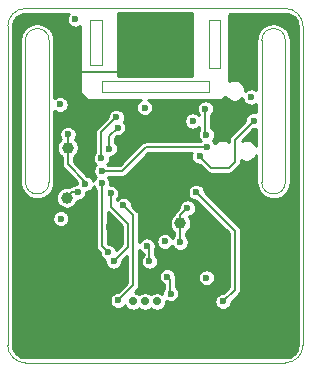
<source format=gbr>
G04 #@! TF.GenerationSoftware,KiCad,Pcbnew,5.1.2*
G04 #@! TF.CreationDate,2019-06-13T14:37:42+02:00*
G04 #@! TF.ProjectId,BodyTempUnit-e7,426f6479-5465-46d7-9055-6e69742d6537,rev?*
G04 #@! TF.SameCoordinates,Original*
G04 #@! TF.FileFunction,Copper,L4,Bot*
G04 #@! TF.FilePolarity,Positive*
%FSLAX46Y46*%
G04 Gerber Fmt 4.6, Leading zero omitted, Abs format (unit mm)*
G04 Created by KiCad (PCBNEW 5.1.2) date 2019-06-13 14:37:42*
%MOMM*%
%LPD*%
G04 APERTURE LIST*
%ADD10C,0.050000*%
%ADD11C,0.150000*%
%ADD12C,2.500000*%
%ADD13C,0.500000*%
%ADD14C,1.000000*%
%ADD15C,0.600000*%
%ADD16C,0.700000*%
%ADD17C,0.200000*%
%ADD18C,0.175006*%
%ADD19C,0.254000*%
G04 APERTURE END LIST*
D10*
X88505000Y-135000033D02*
G75*
G03X90005000Y-133510000I0J1500033D01*
G01*
X64998200Y-133501400D02*
G75*
G03X66498200Y-135001400I1500000J0D01*
G01*
X82000000Y-112100000D02*
X82000000Y-111100000D01*
X73000000Y-112100000D02*
X73000000Y-111100000D01*
X72000000Y-109800000D02*
X73000000Y-109800000D01*
X82000000Y-110000000D02*
X83000000Y-110000000D01*
X83000000Y-106000000D02*
X83000000Y-110000000D01*
X82000000Y-106000000D02*
X83000000Y-106000000D01*
X82000000Y-106000000D02*
X82000000Y-110000000D01*
X72000000Y-106000000D02*
X72000000Y-109800000D01*
X73000000Y-106000000D02*
X72000000Y-106000000D01*
X73000000Y-109800000D02*
X73000000Y-106000000D01*
X82000000Y-112100000D02*
X73000000Y-112100000D01*
X66500000Y-105000000D02*
G75*
G03X65000000Y-106500000I0J-1500000D01*
G01*
X90000000Y-106500000D02*
G75*
G03X88500000Y-105000000I-1500000J0D01*
G01*
X90000000Y-106500000D02*
X90005000Y-133510000D01*
X65001100Y-106500000D02*
X64999600Y-133501400D01*
X66500000Y-105000000D02*
X88500000Y-105000000D01*
X88500000Y-107700000D02*
X88500000Y-119700000D01*
X86500000Y-119700000D02*
X86500000Y-107700000D01*
X88500000Y-119700000D02*
G75*
G02X86500000Y-119700000I-1000000J0D01*
G01*
X86500000Y-107700000D02*
G75*
G02X88500000Y-107700000I1000000J0D01*
G01*
X68500000Y-107700000D02*
X68500000Y-119700000D01*
X66500000Y-107700000D02*
G75*
G02X68500000Y-107700000I1000000J0D01*
G01*
X68500000Y-119700000D02*
G75*
G02X66500000Y-119700000I-1000000J0D01*
G01*
X66500000Y-119700000D02*
X66500000Y-107700000D01*
X73000000Y-111100000D02*
X82000000Y-111100000D01*
X88505000Y-135000000D02*
X66498200Y-135000000D01*
D11*
G36*
X78525604Y-117984804D02*
G01*
X78549873Y-117988404D01*
X78573671Y-117994365D01*
X78596771Y-118002630D01*
X78618949Y-118013120D01*
X78639993Y-118025733D01*
X78659698Y-118040347D01*
X78677877Y-118056823D01*
X78694353Y-118075002D01*
X78708967Y-118094707D01*
X78721580Y-118115751D01*
X78732070Y-118137929D01*
X78740335Y-118161029D01*
X78746296Y-118184827D01*
X78749896Y-118209096D01*
X78751100Y-118233600D01*
X78751100Y-120233600D01*
X78749896Y-120258104D01*
X78746296Y-120282373D01*
X78740335Y-120306171D01*
X78732070Y-120329271D01*
X78721580Y-120351449D01*
X78708967Y-120372493D01*
X78694353Y-120392198D01*
X78677877Y-120410377D01*
X78659698Y-120426853D01*
X78639993Y-120441467D01*
X78618949Y-120454080D01*
X78596771Y-120464570D01*
X78573671Y-120472835D01*
X78549873Y-120478796D01*
X78525604Y-120482396D01*
X78501100Y-120483600D01*
X76501100Y-120483600D01*
X76476596Y-120482396D01*
X76452327Y-120478796D01*
X76428529Y-120472835D01*
X76405429Y-120464570D01*
X76383251Y-120454080D01*
X76362207Y-120441467D01*
X76342502Y-120426853D01*
X76324323Y-120410377D01*
X76307847Y-120392198D01*
X76293233Y-120372493D01*
X76280620Y-120351449D01*
X76270130Y-120329271D01*
X76261865Y-120306171D01*
X76255904Y-120282373D01*
X76252304Y-120258104D01*
X76251100Y-120233600D01*
X76251100Y-118233600D01*
X76252304Y-118209096D01*
X76255904Y-118184827D01*
X76261865Y-118161029D01*
X76270130Y-118137929D01*
X76280620Y-118115751D01*
X76293233Y-118094707D01*
X76307847Y-118075002D01*
X76324323Y-118056823D01*
X76342502Y-118040347D01*
X76362207Y-118025733D01*
X76383251Y-118013120D01*
X76405429Y-118002630D01*
X76428529Y-117994365D01*
X76452327Y-117988404D01*
X76476596Y-117984804D01*
X76501100Y-117983600D01*
X78501100Y-117983600D01*
X78525604Y-117984804D01*
X78525604Y-117984804D01*
G37*
D12*
X77501100Y-119233600D03*
D13*
X78501100Y-118233600D03*
X78501100Y-119233600D03*
X78501100Y-120233600D03*
X77501100Y-118233600D03*
X77501100Y-119233600D03*
X77501100Y-120233600D03*
X76501100Y-118233600D03*
X76501100Y-119233600D03*
X76501100Y-120233600D03*
D14*
X70000000Y-121025000D03*
X70100000Y-116775000D03*
X79625000Y-123200000D03*
D15*
X76600000Y-113400000D03*
X69425000Y-113125000D03*
X78300000Y-124725000D03*
X80675000Y-114524998D03*
D16*
X75625000Y-129800000D03*
X76625000Y-129800000D03*
X77625000Y-129800000D03*
D15*
X70725000Y-105900000D03*
X81825000Y-127800000D03*
X85600006Y-112500006D03*
X69500000Y-122800000D03*
X76625000Y-127300000D03*
X77500000Y-107700000D03*
X76700000Y-107300000D03*
X78300000Y-107300000D03*
X76700000Y-108100000D03*
X78300000Y-108100000D03*
X71125000Y-115425000D03*
X80641413Y-113358587D03*
X74525000Y-131200000D03*
X74525000Y-132200000D03*
X74525000Y-133200000D03*
X80325000Y-132400000D03*
X68525000Y-126000000D03*
X67725000Y-126000000D03*
X66925000Y-126000000D03*
X86225000Y-126000000D03*
X87025000Y-126000000D03*
X87825000Y-126000000D03*
X70825000Y-110400000D03*
X80615000Y-124850000D03*
X73555000Y-123510000D03*
X85825000Y-115600000D03*
X74825000Y-109000000D03*
X83315000Y-125030000D03*
X71225000Y-122900000D03*
X69250000Y-119875000D03*
X74200010Y-114200000D03*
X72924995Y-117675001D03*
X74300000Y-115100000D03*
X73600032Y-116874998D03*
X74345000Y-129710000D03*
X74799988Y-121675000D03*
X80950000Y-120550000D03*
X83225000Y-129800000D03*
X73975002Y-126375000D03*
X73725000Y-120650000D03*
X80200000Y-121900000D03*
X79600000Y-124799984D03*
X77000000Y-126400000D03*
X76790622Y-125109626D03*
X73505000Y-125659999D03*
X72950000Y-119800000D03*
X70925000Y-120550000D03*
X71574993Y-119849997D03*
X70100000Y-115650000D03*
X81905583Y-116760363D03*
X72975000Y-118750000D03*
X81725012Y-113500000D03*
X81824998Y-115700000D03*
X85824996Y-114500000D03*
X81250014Y-117500000D03*
X78500000Y-127700000D03*
X78800001Y-129150000D03*
D17*
X70825000Y-110400000D02*
X71249264Y-110400000D01*
X71249264Y-110400000D02*
X73525000Y-110400000D01*
X73525000Y-110400000D02*
X74225000Y-110400000D01*
D11*
X74200010Y-114200000D02*
X72899999Y-115500011D01*
X72899999Y-115500011D02*
X72899999Y-117650005D01*
X72899999Y-117650005D02*
X72924995Y-117675001D01*
X73600032Y-115799968D02*
X73600032Y-116874998D01*
X74300000Y-115100000D02*
X73600032Y-115799968D01*
X75625000Y-122500012D02*
X74799988Y-121675000D01*
X75625000Y-128430000D02*
X75625000Y-122500012D01*
X74345000Y-129710000D02*
X75625000Y-128430000D01*
D17*
X84225000Y-123825000D02*
X84225000Y-128800000D01*
X80950000Y-120550000D02*
X84225000Y-123825000D01*
X84225000Y-128800000D02*
X83225000Y-129800000D01*
D11*
X75195011Y-123247015D02*
X73725000Y-121777004D01*
X73725000Y-121777004D02*
X73725000Y-120650000D01*
X75195011Y-125154991D02*
X75195011Y-123247015D01*
X73975002Y-126375000D02*
X75195011Y-125154991D01*
X80200000Y-121900000D02*
X79600000Y-122500000D01*
X79600000Y-122500000D02*
X79600000Y-124375720D01*
X79600000Y-124375720D02*
X79600000Y-124799984D01*
X77000000Y-125319004D02*
X76790622Y-125109626D01*
X77000000Y-126400000D02*
X77000000Y-125319004D01*
X73600000Y-125564999D02*
X73505000Y-125659999D01*
X73505000Y-125659999D02*
X72975000Y-125129999D01*
X72975000Y-119825000D02*
X72950000Y-119800000D01*
X72975000Y-125129999D02*
X72975000Y-119825000D01*
D17*
X70475000Y-120550000D02*
X70925000Y-120550000D01*
X70000000Y-121025000D02*
X70475000Y-120550000D01*
D11*
X71574993Y-119674993D02*
X70100000Y-118200000D01*
X70100000Y-118200000D02*
X70100000Y-115650000D01*
X71574993Y-119849997D02*
X71574993Y-119674993D01*
X74700000Y-118750000D02*
X72975000Y-118750000D01*
X81905583Y-116760363D02*
X76689637Y-116760363D01*
X76689637Y-116760363D02*
X74700000Y-118750000D01*
X81725012Y-115600014D02*
X81824998Y-115700000D01*
X81725012Y-113500000D02*
X81725012Y-115600014D01*
X82250014Y-118500000D02*
X81550013Y-117799999D01*
X83700001Y-118500000D02*
X82250014Y-118500000D01*
X85824996Y-114500000D02*
X84225000Y-116099996D01*
X81550013Y-117799999D02*
X81250014Y-117500000D01*
X84225000Y-117975001D02*
X83700001Y-118500000D01*
X84225000Y-116099996D02*
X84225000Y-117975001D01*
D18*
X78725000Y-129074999D02*
X78800001Y-129150000D01*
X78500000Y-127700000D02*
X78725000Y-127925000D01*
X78725000Y-127925000D02*
X78725000Y-129074999D01*
D19*
G36*
X80598000Y-110698000D02*
G01*
X74352000Y-110698000D01*
X74352000Y-105402000D01*
X80598000Y-105402000D01*
X80598000Y-110698000D01*
X80598000Y-110698000D01*
G37*
X80598000Y-110698000D02*
X74352000Y-110698000D01*
X74352000Y-105402000D01*
X80598000Y-105402000D01*
X80598000Y-110698000D01*
G36*
X70080741Y-105555636D02*
G01*
X70025938Y-105687942D01*
X69998000Y-105828397D01*
X69998000Y-105971603D01*
X70025938Y-106112058D01*
X70080741Y-106244364D01*
X70160302Y-106363436D01*
X70261564Y-106464698D01*
X70380636Y-106544259D01*
X70512942Y-106599062D01*
X70653397Y-106627000D01*
X70796603Y-106627000D01*
X70937058Y-106599062D01*
X71069364Y-106544259D01*
X71101773Y-106522604D01*
X71101773Y-112100000D01*
X71104213Y-112124776D01*
X71111440Y-112148601D01*
X71123176Y-112170557D01*
X71138970Y-112189803D01*
X71638970Y-112689803D01*
X71658216Y-112705597D01*
X71680172Y-112717333D01*
X71703997Y-112724560D01*
X71728773Y-112727000D01*
X76325023Y-112727000D01*
X76255636Y-112755741D01*
X76136564Y-112835302D01*
X76035302Y-112936564D01*
X75955741Y-113055636D01*
X75900938Y-113187942D01*
X75873000Y-113328397D01*
X75873000Y-113471603D01*
X75900938Y-113612058D01*
X75955741Y-113744364D01*
X76035302Y-113863436D01*
X76136564Y-113964698D01*
X76255636Y-114044259D01*
X76387942Y-114099062D01*
X76528397Y-114127000D01*
X76671603Y-114127000D01*
X76812058Y-114099062D01*
X76944364Y-114044259D01*
X77063436Y-113964698D01*
X77164698Y-113863436D01*
X77244259Y-113744364D01*
X77299062Y-113612058D01*
X77327000Y-113471603D01*
X77327000Y-113328397D01*
X77299062Y-113187942D01*
X77244259Y-113055636D01*
X77164698Y-112936564D01*
X77063436Y-112835302D01*
X76944364Y-112755741D01*
X76874977Y-112727000D01*
X83128773Y-112727000D01*
X83153549Y-112724560D01*
X83177374Y-112717333D01*
X83199330Y-112705597D01*
X83218576Y-112689803D01*
X83434273Y-112474106D01*
X83483603Y-112547932D01*
X83612068Y-112676397D01*
X83763127Y-112777332D01*
X83930975Y-112846857D01*
X84109161Y-112882300D01*
X84290839Y-112882300D01*
X84469025Y-112846857D01*
X84636873Y-112777332D01*
X84787932Y-112676397D01*
X84876277Y-112588052D01*
X84900944Y-112712064D01*
X84955747Y-112844370D01*
X85035308Y-112963442D01*
X85136570Y-113064704D01*
X85255642Y-113144265D01*
X85387948Y-113199068D01*
X85528403Y-113227006D01*
X85671609Y-113227006D01*
X85812064Y-113199068D01*
X85944370Y-113144265D01*
X86048001Y-113075022D01*
X86048000Y-113805472D01*
X86037054Y-113800938D01*
X85896599Y-113773000D01*
X85753393Y-113773000D01*
X85612938Y-113800938D01*
X85480632Y-113855741D01*
X85361560Y-113935302D01*
X85260298Y-114036564D01*
X85180737Y-114155636D01*
X85125934Y-114287942D01*
X85097996Y-114428397D01*
X85097996Y-114517065D01*
X83887467Y-115727595D01*
X83868316Y-115743312D01*
X83805583Y-115819751D01*
X83758969Y-115906961D01*
X83730264Y-116001588D01*
X83723000Y-116075344D01*
X83723000Y-116075353D01*
X83720573Y-116099996D01*
X83723000Y-116124639D01*
X83723000Y-116290908D01*
X83620873Y-116222668D01*
X83453025Y-116153143D01*
X83274839Y-116117700D01*
X83093161Y-116117700D01*
X82914975Y-116153143D01*
X82747127Y-116222668D01*
X82596068Y-116323603D01*
X82531349Y-116388322D01*
X82470281Y-116296927D01*
X82369019Y-116195665D01*
X82362094Y-116191038D01*
X82389696Y-116163436D01*
X82469257Y-116044364D01*
X82524060Y-115912058D01*
X82551998Y-115771603D01*
X82551998Y-115628397D01*
X82524060Y-115487942D01*
X82469257Y-115355636D01*
X82389696Y-115236564D01*
X82288434Y-115135302D01*
X82227012Y-115094261D01*
X82227012Y-114026134D01*
X82289710Y-113963436D01*
X82369271Y-113844364D01*
X82424074Y-113712058D01*
X82452012Y-113571603D01*
X82452012Y-113428397D01*
X82424074Y-113287942D01*
X82369271Y-113155636D01*
X82289710Y-113036564D01*
X82188448Y-112935302D01*
X82069376Y-112855741D01*
X81937070Y-112800938D01*
X81796615Y-112773000D01*
X81653409Y-112773000D01*
X81512954Y-112800938D01*
X81380648Y-112855741D01*
X81261576Y-112935302D01*
X81160314Y-113036564D01*
X81080753Y-113155636D01*
X81025950Y-113287942D01*
X80998012Y-113428397D01*
X80998012Y-113571603D01*
X81025950Y-113712058D01*
X81080753Y-113844364D01*
X81160314Y-113963436D01*
X81223012Y-114026134D01*
X81223012Y-114044876D01*
X81138436Y-113960300D01*
X81019364Y-113880739D01*
X80887058Y-113825936D01*
X80746603Y-113797998D01*
X80603397Y-113797998D01*
X80462942Y-113825936D01*
X80330636Y-113880739D01*
X80211564Y-113960300D01*
X80110302Y-114061562D01*
X80030741Y-114180634D01*
X79975938Y-114312940D01*
X79948000Y-114453395D01*
X79948000Y-114596601D01*
X79975938Y-114737056D01*
X80030741Y-114869362D01*
X80110302Y-114988434D01*
X80211564Y-115089696D01*
X80330636Y-115169257D01*
X80462942Y-115224060D01*
X80603397Y-115251998D01*
X80746603Y-115251998D01*
X80887058Y-115224060D01*
X81019364Y-115169257D01*
X81138436Y-115089696D01*
X81223013Y-115005119D01*
X81223013Y-115292368D01*
X81180739Y-115355636D01*
X81125936Y-115487942D01*
X81097998Y-115628397D01*
X81097998Y-115771603D01*
X81125936Y-115912058D01*
X81180739Y-116044364D01*
X81260300Y-116163436D01*
X81355227Y-116258363D01*
X76714282Y-116258363D01*
X76689637Y-116255936D01*
X76664991Y-116258363D01*
X76664984Y-116258363D01*
X76600661Y-116264698D01*
X76591227Y-116265627D01*
X76496600Y-116294332D01*
X76409391Y-116340946D01*
X76352101Y-116387963D01*
X76352093Y-116387971D01*
X76332953Y-116403679D01*
X76317244Y-116422820D01*
X74492066Y-118248000D01*
X73501134Y-118248000D01*
X73440632Y-118187498D01*
X73489693Y-118138437D01*
X73569254Y-118019365D01*
X73624057Y-117887059D01*
X73651995Y-117746604D01*
X73651995Y-117603398D01*
X73651717Y-117601998D01*
X73671635Y-117601998D01*
X73812090Y-117574060D01*
X73944396Y-117519257D01*
X74063468Y-117439696D01*
X74164730Y-117338434D01*
X74244291Y-117219362D01*
X74299094Y-117087056D01*
X74327032Y-116946601D01*
X74327032Y-116803395D01*
X74299094Y-116662940D01*
X74244291Y-116530634D01*
X74164730Y-116411562D01*
X74102032Y-116348864D01*
X74102032Y-116007902D01*
X74282934Y-115827000D01*
X74371603Y-115827000D01*
X74512058Y-115799062D01*
X74644364Y-115744259D01*
X74763436Y-115664698D01*
X74864698Y-115563436D01*
X74944259Y-115444364D01*
X74999062Y-115312058D01*
X75027000Y-115171603D01*
X75027000Y-115028397D01*
X74999062Y-114887942D01*
X74944259Y-114755636D01*
X74864698Y-114636564D01*
X74815522Y-114587388D01*
X74844269Y-114544364D01*
X74899072Y-114412058D01*
X74927010Y-114271603D01*
X74927010Y-114128397D01*
X74899072Y-113987942D01*
X74844269Y-113855636D01*
X74764708Y-113736564D01*
X74663446Y-113635302D01*
X74544374Y-113555741D01*
X74412068Y-113500938D01*
X74271613Y-113473000D01*
X74128407Y-113473000D01*
X73987952Y-113500938D01*
X73855646Y-113555741D01*
X73736574Y-113635302D01*
X73635312Y-113736564D01*
X73555751Y-113855636D01*
X73500948Y-113987942D01*
X73473010Y-114128397D01*
X73473010Y-114217065D01*
X72562466Y-115127610D01*
X72543315Y-115143327D01*
X72480582Y-115219766D01*
X72433968Y-115306976D01*
X72405263Y-115401603D01*
X72397999Y-115475359D01*
X72397999Y-115475368D01*
X72395572Y-115500011D01*
X72397999Y-115524654D01*
X72398000Y-117173862D01*
X72360297Y-117211565D01*
X72280736Y-117330637D01*
X72225933Y-117462943D01*
X72197995Y-117603398D01*
X72197995Y-117746604D01*
X72225933Y-117887059D01*
X72280736Y-118019365D01*
X72360297Y-118138437D01*
X72459363Y-118237503D01*
X72410302Y-118286564D01*
X72330741Y-118405636D01*
X72275938Y-118537942D01*
X72248000Y-118678397D01*
X72248000Y-118821603D01*
X72275938Y-118962058D01*
X72330741Y-119094364D01*
X72410302Y-119213436D01*
X72459366Y-119262500D01*
X72385302Y-119336564D01*
X72305741Y-119455636D01*
X72252142Y-119585036D01*
X72219252Y-119505633D01*
X72139691Y-119386561D01*
X72038429Y-119285299D01*
X71919357Y-119205738D01*
X71787051Y-119150935D01*
X71754369Y-119144434D01*
X70602000Y-117992066D01*
X70602000Y-117554467D01*
X70690928Y-117495048D01*
X70820048Y-117365928D01*
X70921496Y-117214099D01*
X70991376Y-117045396D01*
X71027000Y-116866301D01*
X71027000Y-116683699D01*
X70991376Y-116504604D01*
X70921496Y-116335901D01*
X70820048Y-116184072D01*
X70698630Y-116062654D01*
X70744259Y-115994364D01*
X70799062Y-115862058D01*
X70827000Y-115721603D01*
X70827000Y-115578397D01*
X70799062Y-115437942D01*
X70744259Y-115305636D01*
X70664698Y-115186564D01*
X70563436Y-115085302D01*
X70444364Y-115005741D01*
X70312058Y-114950938D01*
X70171603Y-114923000D01*
X70028397Y-114923000D01*
X69887942Y-114950938D01*
X69755636Y-115005741D01*
X69636564Y-115085302D01*
X69535302Y-115186564D01*
X69455741Y-115305636D01*
X69400938Y-115437942D01*
X69373000Y-115578397D01*
X69373000Y-115721603D01*
X69400938Y-115862058D01*
X69455741Y-115994364D01*
X69501370Y-116062654D01*
X69379952Y-116184072D01*
X69278504Y-116335901D01*
X69208624Y-116504604D01*
X69173000Y-116683699D01*
X69173000Y-116866301D01*
X69208624Y-117045396D01*
X69278504Y-117214099D01*
X69379952Y-117365928D01*
X69509072Y-117495048D01*
X69598000Y-117554467D01*
X69598000Y-118175357D01*
X69595573Y-118200000D01*
X69598000Y-118224643D01*
X69598000Y-118224652D01*
X69605264Y-118298408D01*
X69633969Y-118393035D01*
X69680583Y-118480245D01*
X69743316Y-118556684D01*
X69762467Y-118572401D01*
X70867979Y-119677914D01*
X70847993Y-119778394D01*
X70847993Y-119824075D01*
X70712942Y-119850938D01*
X70580636Y-119905741D01*
X70461564Y-119985302D01*
X70421107Y-120025759D01*
X70371690Y-120030626D01*
X70272350Y-120060761D01*
X70180798Y-120109696D01*
X70174809Y-120114611D01*
X70091301Y-120098000D01*
X69908699Y-120098000D01*
X69729604Y-120133624D01*
X69560901Y-120203504D01*
X69409072Y-120304952D01*
X69279952Y-120434072D01*
X69178504Y-120585901D01*
X69108624Y-120754604D01*
X69073000Y-120933699D01*
X69073000Y-121116301D01*
X69108624Y-121295396D01*
X69178504Y-121464099D01*
X69279952Y-121615928D01*
X69409072Y-121745048D01*
X69560901Y-121846496D01*
X69729604Y-121916376D01*
X69908699Y-121952000D01*
X70091301Y-121952000D01*
X70270396Y-121916376D01*
X70439099Y-121846496D01*
X70590928Y-121745048D01*
X70720048Y-121615928D01*
X70821496Y-121464099D01*
X70891376Y-121295396D01*
X70895035Y-121277000D01*
X70996603Y-121277000D01*
X71137058Y-121249062D01*
X71269364Y-121194259D01*
X71388436Y-121114698D01*
X71489698Y-121013436D01*
X71569259Y-120894364D01*
X71624062Y-120762058D01*
X71652000Y-120621603D01*
X71652000Y-120575922D01*
X71787051Y-120549059D01*
X71919357Y-120494256D01*
X72038429Y-120414695D01*
X72139691Y-120313433D01*
X72219252Y-120194361D01*
X72272851Y-120064961D01*
X72305741Y-120144364D01*
X72385302Y-120263436D01*
X72473001Y-120351135D01*
X72473000Y-125105356D01*
X72470573Y-125129999D01*
X72473000Y-125154642D01*
X72473000Y-125154651D01*
X72480264Y-125228407D01*
X72508969Y-125323034D01*
X72555583Y-125410244D01*
X72618316Y-125486683D01*
X72637467Y-125502400D01*
X72778000Y-125642933D01*
X72778000Y-125731602D01*
X72805938Y-125872057D01*
X72860741Y-126004363D01*
X72940302Y-126123435D01*
X73041564Y-126224697D01*
X73160636Y-126304258D01*
X73248002Y-126340446D01*
X73248002Y-126446603D01*
X73275940Y-126587058D01*
X73330743Y-126719364D01*
X73410304Y-126838436D01*
X73511566Y-126939698D01*
X73630638Y-127019259D01*
X73762944Y-127074062D01*
X73903399Y-127102000D01*
X74046605Y-127102000D01*
X74187060Y-127074062D01*
X74319366Y-127019259D01*
X74438438Y-126939698D01*
X74539700Y-126838436D01*
X74619261Y-126719364D01*
X74674064Y-126587058D01*
X74702002Y-126446603D01*
X74702002Y-126357934D01*
X75123000Y-125936936D01*
X75123000Y-128222065D01*
X74362066Y-128983000D01*
X74273397Y-128983000D01*
X74132942Y-129010938D01*
X74000636Y-129065741D01*
X73881564Y-129145302D01*
X73780302Y-129246564D01*
X73700741Y-129365636D01*
X73645938Y-129497942D01*
X73618000Y-129638397D01*
X73618000Y-129781603D01*
X73645938Y-129922058D01*
X73700741Y-130054364D01*
X73780302Y-130173436D01*
X73881564Y-130274698D01*
X74000636Y-130354259D01*
X74132942Y-130409062D01*
X74273397Y-130437000D01*
X74416603Y-130437000D01*
X74557058Y-130409062D01*
X74689364Y-130354259D01*
X74808436Y-130274698D01*
X74909698Y-130173436D01*
X74927578Y-130146676D01*
X74936431Y-130168048D01*
X75021464Y-130295309D01*
X75129691Y-130403536D01*
X75256952Y-130488569D01*
X75398357Y-130547141D01*
X75548472Y-130577000D01*
X75701528Y-130577000D01*
X75851643Y-130547141D01*
X75993048Y-130488569D01*
X76120309Y-130403536D01*
X76125000Y-130398845D01*
X76129691Y-130403536D01*
X76256952Y-130488569D01*
X76398357Y-130547141D01*
X76548472Y-130577000D01*
X76701528Y-130577000D01*
X76851643Y-130547141D01*
X76993048Y-130488569D01*
X77120309Y-130403536D01*
X77125000Y-130398845D01*
X77129691Y-130403536D01*
X77256952Y-130488569D01*
X77398357Y-130547141D01*
X77548472Y-130577000D01*
X77701528Y-130577000D01*
X77851643Y-130547141D01*
X77993048Y-130488569D01*
X78120309Y-130403536D01*
X78228536Y-130295309D01*
X78313569Y-130168048D01*
X78372141Y-130026643D01*
X78402000Y-129876528D01*
X78402000Y-129758420D01*
X78455637Y-129794259D01*
X78587943Y-129849062D01*
X78728398Y-129877000D01*
X78871604Y-129877000D01*
X79012059Y-129849062D01*
X79144365Y-129794259D01*
X79263437Y-129714698D01*
X79364699Y-129613436D01*
X79444260Y-129494364D01*
X79499063Y-129362058D01*
X79527001Y-129221603D01*
X79527001Y-129078397D01*
X79499063Y-128937942D01*
X79444260Y-128805636D01*
X79364699Y-128686564D01*
X79263437Y-128585302D01*
X79239503Y-128569310D01*
X79239503Y-127950268D01*
X79241992Y-127924999D01*
X79239317Y-127897844D01*
X79232058Y-127824140D01*
X79222692Y-127793263D01*
X79227000Y-127771603D01*
X79227000Y-127728397D01*
X81098000Y-127728397D01*
X81098000Y-127871603D01*
X81125938Y-128012058D01*
X81180741Y-128144364D01*
X81260302Y-128263436D01*
X81361564Y-128364698D01*
X81480636Y-128444259D01*
X81612942Y-128499062D01*
X81753397Y-128527000D01*
X81896603Y-128527000D01*
X82037058Y-128499062D01*
X82169364Y-128444259D01*
X82288436Y-128364698D01*
X82389698Y-128263436D01*
X82469259Y-128144364D01*
X82524062Y-128012058D01*
X82552000Y-127871603D01*
X82552000Y-127728397D01*
X82524062Y-127587942D01*
X82469259Y-127455636D01*
X82389698Y-127336564D01*
X82288436Y-127235302D01*
X82169364Y-127155741D01*
X82037058Y-127100938D01*
X81896603Y-127073000D01*
X81753397Y-127073000D01*
X81612942Y-127100938D01*
X81480636Y-127155741D01*
X81361564Y-127235302D01*
X81260302Y-127336564D01*
X81180741Y-127455636D01*
X81125938Y-127587942D01*
X81098000Y-127728397D01*
X79227000Y-127728397D01*
X79227000Y-127628397D01*
X79199062Y-127487942D01*
X79144259Y-127355636D01*
X79064698Y-127236564D01*
X78963436Y-127135302D01*
X78844364Y-127055741D01*
X78712058Y-127000938D01*
X78571603Y-126973000D01*
X78428397Y-126973000D01*
X78287942Y-127000938D01*
X78155636Y-127055741D01*
X78036564Y-127135302D01*
X77935302Y-127236564D01*
X77855741Y-127355636D01*
X77800938Y-127487942D01*
X77773000Y-127628397D01*
X77773000Y-127771603D01*
X77800938Y-127912058D01*
X77855741Y-128044364D01*
X77935302Y-128163436D01*
X78036564Y-128264698D01*
X78155636Y-128344259D01*
X78210497Y-128366983D01*
X78210498Y-128723688D01*
X78155742Y-128805636D01*
X78100939Y-128937942D01*
X78073001Y-129078397D01*
X78073001Y-129164854D01*
X77993048Y-129111431D01*
X77851643Y-129052859D01*
X77701528Y-129023000D01*
X77548472Y-129023000D01*
X77398357Y-129052859D01*
X77256952Y-129111431D01*
X77129691Y-129196464D01*
X77125000Y-129201155D01*
X77120309Y-129196464D01*
X76993048Y-129111431D01*
X76851643Y-129052859D01*
X76701528Y-129023000D01*
X76548472Y-129023000D01*
X76398357Y-129052859D01*
X76256952Y-129111431D01*
X76129691Y-129196464D01*
X76125000Y-129201155D01*
X76120309Y-129196464D01*
X75993048Y-129111431D01*
X75851643Y-129052859D01*
X75735231Y-129029704D01*
X75962538Y-128802397D01*
X75981684Y-128786684D01*
X76044417Y-128710245D01*
X76091031Y-128623036D01*
X76119736Y-128528409D01*
X76127000Y-128454653D01*
X76127000Y-128454644D01*
X76129427Y-128430001D01*
X76127000Y-128405358D01*
X76127000Y-125407244D01*
X76146363Y-125453990D01*
X76225924Y-125573062D01*
X76327186Y-125674324D01*
X76446258Y-125753885D01*
X76498001Y-125775317D01*
X76498000Y-125873866D01*
X76435302Y-125936564D01*
X76355741Y-126055636D01*
X76300938Y-126187942D01*
X76273000Y-126328397D01*
X76273000Y-126471603D01*
X76300938Y-126612058D01*
X76355741Y-126744364D01*
X76435302Y-126863436D01*
X76536564Y-126964698D01*
X76655636Y-127044259D01*
X76787942Y-127099062D01*
X76928397Y-127127000D01*
X77071603Y-127127000D01*
X77212058Y-127099062D01*
X77344364Y-127044259D01*
X77463436Y-126964698D01*
X77564698Y-126863436D01*
X77644259Y-126744364D01*
X77699062Y-126612058D01*
X77727000Y-126471603D01*
X77727000Y-126328397D01*
X77699062Y-126187942D01*
X77644259Y-126055636D01*
X77564698Y-125936564D01*
X77502000Y-125873866D01*
X77502000Y-125343646D01*
X77504427Y-125319003D01*
X77502000Y-125294360D01*
X77502000Y-125294351D01*
X77499722Y-125271220D01*
X77517622Y-125181229D01*
X77517622Y-125038023D01*
X77489684Y-124897568D01*
X77434881Y-124765262D01*
X77360136Y-124653397D01*
X77573000Y-124653397D01*
X77573000Y-124796603D01*
X77600938Y-124937058D01*
X77655741Y-125069364D01*
X77735302Y-125188436D01*
X77836564Y-125289698D01*
X77955636Y-125369259D01*
X78087942Y-125424062D01*
X78228397Y-125452000D01*
X78371603Y-125452000D01*
X78512058Y-125424062D01*
X78644364Y-125369259D01*
X78763436Y-125289698D01*
X78864698Y-125188436D01*
X78932174Y-125087451D01*
X78955741Y-125144348D01*
X79035302Y-125263420D01*
X79136564Y-125364682D01*
X79255636Y-125444243D01*
X79387942Y-125499046D01*
X79528397Y-125526984D01*
X79671603Y-125526984D01*
X79812058Y-125499046D01*
X79944364Y-125444243D01*
X80063436Y-125364682D01*
X80164698Y-125263420D01*
X80244259Y-125144348D01*
X80299062Y-125012042D01*
X80327000Y-124871587D01*
X80327000Y-124728381D01*
X80299062Y-124587926D01*
X80244259Y-124455620D01*
X80164698Y-124336548D01*
X80102000Y-124273850D01*
X80102000Y-123996172D01*
X80215928Y-123920048D01*
X80345048Y-123790928D01*
X80446496Y-123639099D01*
X80516376Y-123470396D01*
X80552000Y-123291301D01*
X80552000Y-123108699D01*
X80516376Y-122929604D01*
X80446496Y-122760901D01*
X80347006Y-122612002D01*
X80412058Y-122599062D01*
X80544364Y-122544259D01*
X80663436Y-122464698D01*
X80764698Y-122363436D01*
X80844259Y-122244364D01*
X80899062Y-122112058D01*
X80927000Y-121971603D01*
X80927000Y-121828397D01*
X80899062Y-121687942D01*
X80844259Y-121555636D01*
X80764698Y-121436564D01*
X80663436Y-121335302D01*
X80544364Y-121255741D01*
X80412058Y-121200938D01*
X80271603Y-121173000D01*
X80128397Y-121173000D01*
X79987942Y-121200938D01*
X79855636Y-121255741D01*
X79736564Y-121335302D01*
X79635302Y-121436564D01*
X79555741Y-121555636D01*
X79500938Y-121687942D01*
X79473000Y-121828397D01*
X79473000Y-121917066D01*
X79262467Y-122127599D01*
X79243316Y-122143316D01*
X79180583Y-122219755D01*
X79133969Y-122306965D01*
X79105264Y-122401592D01*
X79102018Y-122434552D01*
X79034072Y-122479952D01*
X78904952Y-122609072D01*
X78803504Y-122760901D01*
X78733624Y-122929604D01*
X78698000Y-123108699D01*
X78698000Y-123291301D01*
X78733624Y-123470396D01*
X78803504Y-123639099D01*
X78904952Y-123790928D01*
X79034072Y-123920048D01*
X79098001Y-123962763D01*
X79098001Y-124273849D01*
X79035302Y-124336548D01*
X78967826Y-124437533D01*
X78944259Y-124380636D01*
X78864698Y-124261564D01*
X78763436Y-124160302D01*
X78644364Y-124080741D01*
X78512058Y-124025938D01*
X78371603Y-123998000D01*
X78228397Y-123998000D01*
X78087942Y-124025938D01*
X77955636Y-124080741D01*
X77836564Y-124160302D01*
X77735302Y-124261564D01*
X77655741Y-124380636D01*
X77600938Y-124512942D01*
X77573000Y-124653397D01*
X77360136Y-124653397D01*
X77355320Y-124646190D01*
X77254058Y-124544928D01*
X77134986Y-124465367D01*
X77002680Y-124410564D01*
X76862225Y-124382626D01*
X76719019Y-124382626D01*
X76578564Y-124410564D01*
X76446258Y-124465367D01*
X76327186Y-124544928D01*
X76225924Y-124646190D01*
X76146363Y-124765262D01*
X76127000Y-124812008D01*
X76127000Y-122524654D01*
X76129427Y-122500011D01*
X76127000Y-122475368D01*
X76127000Y-122475359D01*
X76119736Y-122401603D01*
X76091031Y-122306976D01*
X76044417Y-122219767D01*
X76025257Y-122196421D01*
X75997399Y-122162476D01*
X75997397Y-122162474D01*
X75981684Y-122143328D01*
X75962538Y-122127615D01*
X75526988Y-121692066D01*
X75526988Y-121603397D01*
X75499050Y-121462942D01*
X75444247Y-121330636D01*
X75364686Y-121211564D01*
X75263424Y-121110302D01*
X75144352Y-121030741D01*
X75012046Y-120975938D01*
X74871591Y-120948000D01*
X74728385Y-120948000D01*
X74587930Y-120975938D01*
X74455624Y-121030741D01*
X74336552Y-121110302D01*
X74235290Y-121211564D01*
X74227000Y-121223971D01*
X74227000Y-121176134D01*
X74289698Y-121113436D01*
X74369259Y-120994364D01*
X74424062Y-120862058D01*
X74452000Y-120721603D01*
X74452000Y-120578397D01*
X74432109Y-120478397D01*
X80223000Y-120478397D01*
X80223000Y-120621603D01*
X80250938Y-120762058D01*
X80305741Y-120894364D01*
X80385302Y-121013436D01*
X80486564Y-121114698D01*
X80605636Y-121194259D01*
X80737942Y-121249062D01*
X80878397Y-121277000D01*
X80931711Y-121277000D01*
X83698000Y-124043290D01*
X83698001Y-128581708D01*
X83206710Y-129073000D01*
X83153397Y-129073000D01*
X83012942Y-129100938D01*
X82880636Y-129155741D01*
X82761564Y-129235302D01*
X82660302Y-129336564D01*
X82580741Y-129455636D01*
X82525938Y-129587942D01*
X82498000Y-129728397D01*
X82498000Y-129871603D01*
X82525938Y-130012058D01*
X82580741Y-130144364D01*
X82660302Y-130263436D01*
X82761564Y-130364698D01*
X82880636Y-130444259D01*
X83012942Y-130499062D01*
X83153397Y-130527000D01*
X83296603Y-130527000D01*
X83437058Y-130499062D01*
X83569364Y-130444259D01*
X83688436Y-130364698D01*
X83789698Y-130263436D01*
X83869259Y-130144364D01*
X83924062Y-130012058D01*
X83952000Y-129871603D01*
X83952000Y-129818290D01*
X84579344Y-129190947D01*
X84599448Y-129174448D01*
X84665304Y-129094202D01*
X84714239Y-129002650D01*
X84744374Y-128903310D01*
X84752000Y-128825881D01*
X84754549Y-128800000D01*
X84752000Y-128774119D01*
X84752000Y-123850877D01*
X84754549Y-123824999D01*
X84747304Y-123751442D01*
X84744374Y-123721690D01*
X84714239Y-123622350D01*
X84665304Y-123530798D01*
X84599448Y-123450552D01*
X84579339Y-123434049D01*
X81677000Y-120531711D01*
X81677000Y-120478397D01*
X81649062Y-120337942D01*
X81594259Y-120205636D01*
X81514698Y-120086564D01*
X81413436Y-119985302D01*
X81294364Y-119905741D01*
X81162058Y-119850938D01*
X81021603Y-119823000D01*
X80878397Y-119823000D01*
X80737942Y-119850938D01*
X80605636Y-119905741D01*
X80486564Y-119985302D01*
X80385302Y-120086564D01*
X80305741Y-120205636D01*
X80250938Y-120337942D01*
X80223000Y-120478397D01*
X74432109Y-120478397D01*
X74424062Y-120437942D01*
X74369259Y-120305636D01*
X74289698Y-120186564D01*
X74188436Y-120085302D01*
X74069364Y-120005741D01*
X73937058Y-119950938D01*
X73796603Y-119923000D01*
X73666777Y-119923000D01*
X73677000Y-119871603D01*
X73677000Y-119728397D01*
X73649062Y-119587942D01*
X73594259Y-119455636D01*
X73514698Y-119336564D01*
X73465634Y-119287500D01*
X73501134Y-119252000D01*
X74675357Y-119252000D01*
X74700000Y-119254427D01*
X74724643Y-119252000D01*
X74724653Y-119252000D01*
X74798409Y-119244736D01*
X74893036Y-119216031D01*
X74980245Y-119169417D01*
X75056684Y-119106684D01*
X75072401Y-119087533D01*
X76897573Y-117262363D01*
X80561547Y-117262363D01*
X80550952Y-117287942D01*
X80523014Y-117428397D01*
X80523014Y-117571603D01*
X80550952Y-117712058D01*
X80605755Y-117844364D01*
X80685316Y-117963436D01*
X80786578Y-118064698D01*
X80905650Y-118144259D01*
X81037956Y-118199062D01*
X81178411Y-118227000D01*
X81267080Y-118227000D01*
X81877617Y-118837538D01*
X81893330Y-118856684D01*
X81969769Y-118919417D01*
X82056978Y-118966031D01*
X82151605Y-118994736D01*
X82225361Y-119002000D01*
X82225371Y-119002000D01*
X82250014Y-119004427D01*
X82274657Y-119002000D01*
X83675358Y-119002000D01*
X83700001Y-119004427D01*
X83724644Y-119002000D01*
X83724654Y-119002000D01*
X83798410Y-118994736D01*
X83893037Y-118966031D01*
X83980246Y-118919417D01*
X84056685Y-118856684D01*
X84072402Y-118837533D01*
X84562543Y-118347394D01*
X84581684Y-118331685D01*
X84597392Y-118312545D01*
X84597400Y-118312537D01*
X84644417Y-118255247D01*
X84674448Y-118199062D01*
X84691031Y-118168037D01*
X84719736Y-118073410D01*
X84727000Y-117999654D01*
X84727000Y-117999644D01*
X84729427Y-117975001D01*
X84727000Y-117950358D01*
X84727000Y-117822502D01*
X84779127Y-117857332D01*
X84946975Y-117926857D01*
X85125161Y-117962300D01*
X85306839Y-117962300D01*
X85485025Y-117926857D01*
X85652873Y-117857332D01*
X85803932Y-117756397D01*
X85932397Y-117627932D01*
X86033332Y-117476873D01*
X86048000Y-117441461D01*
X86048000Y-119722204D01*
X86050254Y-119745089D01*
X86050254Y-119758069D01*
X86050914Y-119764346D01*
X86072669Y-119958296D01*
X86081182Y-119998344D01*
X86089144Y-120038556D01*
X86091010Y-120044585D01*
X86150023Y-120230615D01*
X86166181Y-120268314D01*
X86181773Y-120306143D01*
X86184771Y-120311687D01*
X86184775Y-120311697D01*
X86184781Y-120311705D01*
X86278797Y-120482720D01*
X86301936Y-120516514D01*
X86324612Y-120550644D01*
X86328632Y-120555503D01*
X86328635Y-120555508D01*
X86328639Y-120555512D01*
X86454084Y-120705012D01*
X86483370Y-120733692D01*
X86512222Y-120762746D01*
X86517101Y-120766724D01*
X86517111Y-120766734D01*
X86517122Y-120766741D01*
X86669213Y-120889025D01*
X86703492Y-120911457D01*
X86737453Y-120934364D01*
X86743020Y-120937324D01*
X86743028Y-120937329D01*
X86743036Y-120937332D01*
X86915981Y-121027747D01*
X86953982Y-121043101D01*
X86991734Y-121058970D01*
X86997764Y-121060790D01*
X86997773Y-121060794D01*
X86997782Y-121060796D01*
X87185002Y-121115897D01*
X87225206Y-121123566D01*
X87265370Y-121131811D01*
X87271652Y-121132427D01*
X87466013Y-121150116D01*
X87506981Y-121149830D01*
X87547948Y-121150116D01*
X87554229Y-121149500D01*
X87748326Y-121129099D01*
X87788470Y-121120859D01*
X87828696Y-121113185D01*
X87834736Y-121111362D01*
X87834742Y-121111360D01*
X88021176Y-121053649D01*
X88058982Y-121037757D01*
X88096925Y-121022427D01*
X88102493Y-121019467D01*
X88102498Y-121019465D01*
X88102502Y-121019462D01*
X88274174Y-120926640D01*
X88308138Y-120903732D01*
X88342419Y-120881298D01*
X88347300Y-120877317D01*
X88347308Y-120877311D01*
X88347315Y-120877304D01*
X88497687Y-120752906D01*
X88526554Y-120723836D01*
X88555823Y-120695174D01*
X88559846Y-120690311D01*
X88683196Y-120539069D01*
X88705862Y-120504954D01*
X88729012Y-120471144D01*
X88732014Y-120465593D01*
X88823639Y-120293270D01*
X88839260Y-120255370D01*
X88855388Y-120217741D01*
X88857251Y-120211722D01*
X88857255Y-120211712D01*
X88857257Y-120211702D01*
X88913664Y-120024876D01*
X88921626Y-119984663D01*
X88930138Y-119944618D01*
X88930798Y-119938342D01*
X88949843Y-119744108D01*
X88949843Y-119744105D01*
X88952000Y-119722205D01*
X88952000Y-107677795D01*
X88949746Y-107654910D01*
X88949746Y-107641930D01*
X88949086Y-107635654D01*
X88927331Y-107441704D01*
X88918818Y-107401656D01*
X88910856Y-107361444D01*
X88908990Y-107355415D01*
X88849977Y-107169385D01*
X88833836Y-107131726D01*
X88818227Y-107093857D01*
X88815226Y-107088305D01*
X88721203Y-106917280D01*
X88698082Y-106883513D01*
X88675389Y-106849356D01*
X88671366Y-106844494D01*
X88671365Y-106844492D01*
X88671361Y-106844488D01*
X88545916Y-106694988D01*
X88516630Y-106666308D01*
X88487778Y-106637254D01*
X88482893Y-106633270D01*
X88482889Y-106633266D01*
X88482885Y-106633263D01*
X88330787Y-106510975D01*
X88296517Y-106488549D01*
X88262546Y-106465635D01*
X88256980Y-106462676D01*
X88256972Y-106462671D01*
X88256964Y-106462668D01*
X88084018Y-106372253D01*
X88046017Y-106356899D01*
X88008265Y-106341030D01*
X88002236Y-106339210D01*
X88002227Y-106339206D01*
X88002218Y-106339204D01*
X87814998Y-106284103D01*
X87774786Y-106276432D01*
X87734629Y-106268189D01*
X87728348Y-106267573D01*
X87533986Y-106249884D01*
X87493019Y-106250170D01*
X87452052Y-106249884D01*
X87445771Y-106250500D01*
X87251674Y-106270901D01*
X87211530Y-106279141D01*
X87171304Y-106286815D01*
X87165264Y-106288638D01*
X87165258Y-106288640D01*
X86978824Y-106346351D01*
X86941018Y-106362243D01*
X86903075Y-106377573D01*
X86897511Y-106380531D01*
X86897502Y-106380535D01*
X86897495Y-106380540D01*
X86725826Y-106473360D01*
X86691862Y-106496268D01*
X86657581Y-106518702D01*
X86652690Y-106522691D01*
X86502313Y-106647095D01*
X86473448Y-106676161D01*
X86444177Y-106704826D01*
X86440159Y-106709683D01*
X86440153Y-106709689D01*
X86440149Y-106709696D01*
X86316804Y-106860931D01*
X86294150Y-106895028D01*
X86270988Y-106928855D01*
X86267991Y-106934399D01*
X86267986Y-106934407D01*
X86267983Y-106934415D01*
X86176361Y-107106729D01*
X86160739Y-107144631D01*
X86144612Y-107182259D01*
X86142749Y-107188278D01*
X86142745Y-107188288D01*
X86142743Y-107188298D01*
X86086337Y-107375124D01*
X86078380Y-107415307D01*
X86069862Y-107455382D01*
X86069202Y-107461659D01*
X86050157Y-107655892D01*
X86050157Y-107655905D01*
X86048001Y-107677795D01*
X86048001Y-111924990D01*
X85944370Y-111855747D01*
X85812064Y-111800944D01*
X85671609Y-111773006D01*
X85528403Y-111773006D01*
X85387948Y-111800944D01*
X85255642Y-111855747D01*
X85136570Y-111935308D01*
X85122300Y-111949578D01*
X85122300Y-111869161D01*
X85086857Y-111690975D01*
X85017332Y-111523127D01*
X84916397Y-111372068D01*
X84787932Y-111243603D01*
X84636873Y-111142668D01*
X84469025Y-111073143D01*
X84290839Y-111037700D01*
X84109161Y-111037700D01*
X83930975Y-111073143D01*
X83763127Y-111142668D01*
X83755773Y-111147582D01*
X83755773Y-105552606D01*
X83856379Y-105452000D01*
X88477892Y-105452000D01*
X88703139Y-105474085D01*
X88898537Y-105533080D01*
X89078753Y-105628903D01*
X89236930Y-105757908D01*
X89367034Y-105915178D01*
X89464115Y-106094725D01*
X89524472Y-106289706D01*
X89548003Y-106513593D01*
X89552997Y-133486413D01*
X89529570Y-133709979D01*
X89469271Y-133904988D01*
X89372246Y-134084570D01*
X89242188Y-134241883D01*
X89084049Y-134370940D01*
X88903852Y-134466826D01*
X88708467Y-134525884D01*
X88483630Y-134548000D01*
X66506030Y-134548000D01*
X66295061Y-134527315D01*
X66099663Y-134468320D01*
X65919449Y-134372499D01*
X65761270Y-134243491D01*
X65631168Y-134086224D01*
X65534085Y-133906675D01*
X65473728Y-133711694D01*
X65451599Y-133501145D01*
X65452197Y-122728397D01*
X68773000Y-122728397D01*
X68773000Y-122871603D01*
X68800938Y-123012058D01*
X68855741Y-123144364D01*
X68935302Y-123263436D01*
X69036564Y-123364698D01*
X69155636Y-123444259D01*
X69287942Y-123499062D01*
X69428397Y-123527000D01*
X69571603Y-123527000D01*
X69712058Y-123499062D01*
X69844364Y-123444259D01*
X69963436Y-123364698D01*
X70064698Y-123263436D01*
X70144259Y-123144364D01*
X70199062Y-123012058D01*
X70227000Y-122871603D01*
X70227000Y-122728397D01*
X70199062Y-122587942D01*
X70144259Y-122455636D01*
X70064698Y-122336564D01*
X69963436Y-122235302D01*
X69844364Y-122155741D01*
X69712058Y-122100938D01*
X69571603Y-122073000D01*
X69428397Y-122073000D01*
X69287942Y-122100938D01*
X69155636Y-122155741D01*
X69036564Y-122235302D01*
X68935302Y-122336564D01*
X68855741Y-122455636D01*
X68800938Y-122587942D01*
X68773000Y-122728397D01*
X65452197Y-122728397D01*
X65452364Y-119722204D01*
X66048000Y-119722204D01*
X66050254Y-119745089D01*
X66050254Y-119758069D01*
X66050914Y-119764346D01*
X66072669Y-119958296D01*
X66081182Y-119998344D01*
X66089144Y-120038556D01*
X66091010Y-120044585D01*
X66150023Y-120230615D01*
X66166181Y-120268314D01*
X66181773Y-120306143D01*
X66184771Y-120311687D01*
X66184775Y-120311697D01*
X66184781Y-120311705D01*
X66278797Y-120482720D01*
X66301936Y-120516514D01*
X66324612Y-120550644D01*
X66328632Y-120555503D01*
X66328635Y-120555508D01*
X66328639Y-120555512D01*
X66454084Y-120705012D01*
X66483370Y-120733692D01*
X66512222Y-120762746D01*
X66517101Y-120766724D01*
X66517111Y-120766734D01*
X66517122Y-120766741D01*
X66669213Y-120889025D01*
X66703492Y-120911457D01*
X66737453Y-120934364D01*
X66743020Y-120937324D01*
X66743028Y-120937329D01*
X66743036Y-120937332D01*
X66915981Y-121027747D01*
X66953982Y-121043101D01*
X66991734Y-121058970D01*
X66997764Y-121060790D01*
X66997773Y-121060794D01*
X66997782Y-121060796D01*
X67185002Y-121115897D01*
X67225206Y-121123566D01*
X67265370Y-121131811D01*
X67271652Y-121132427D01*
X67466013Y-121150116D01*
X67506981Y-121149830D01*
X67547948Y-121150116D01*
X67554229Y-121149500D01*
X67748326Y-121129099D01*
X67788470Y-121120859D01*
X67828696Y-121113185D01*
X67834736Y-121111362D01*
X67834742Y-121111360D01*
X68021176Y-121053649D01*
X68058982Y-121037757D01*
X68096925Y-121022427D01*
X68102493Y-121019467D01*
X68102498Y-121019465D01*
X68102502Y-121019462D01*
X68274174Y-120926640D01*
X68308138Y-120903732D01*
X68342419Y-120881298D01*
X68347300Y-120877317D01*
X68347308Y-120877311D01*
X68347315Y-120877304D01*
X68497687Y-120752906D01*
X68526554Y-120723836D01*
X68555823Y-120695174D01*
X68559846Y-120690311D01*
X68683196Y-120539069D01*
X68705862Y-120504954D01*
X68729012Y-120471144D01*
X68732014Y-120465593D01*
X68823639Y-120293270D01*
X68839260Y-120255370D01*
X68855388Y-120217741D01*
X68857251Y-120211722D01*
X68857255Y-120211712D01*
X68857257Y-120211702D01*
X68913664Y-120024876D01*
X68921626Y-119984663D01*
X68930138Y-119944618D01*
X68930798Y-119938342D01*
X68949843Y-119744108D01*
X68949843Y-119744105D01*
X68952000Y-119722205D01*
X68952000Y-113680134D01*
X68961564Y-113689698D01*
X69080636Y-113769259D01*
X69212942Y-113824062D01*
X69353397Y-113852000D01*
X69496603Y-113852000D01*
X69637058Y-113824062D01*
X69769364Y-113769259D01*
X69888436Y-113689698D01*
X69989698Y-113588436D01*
X70069259Y-113469364D01*
X70124062Y-113337058D01*
X70152000Y-113196603D01*
X70152000Y-113053397D01*
X70124062Y-112912942D01*
X70069259Y-112780636D01*
X69989698Y-112661564D01*
X69888436Y-112560302D01*
X69769364Y-112480741D01*
X69637058Y-112425938D01*
X69496603Y-112398000D01*
X69353397Y-112398000D01*
X69212942Y-112425938D01*
X69080636Y-112480741D01*
X68961564Y-112560302D01*
X68952000Y-112569866D01*
X68952000Y-107677795D01*
X68949746Y-107654910D01*
X68949746Y-107641930D01*
X68949086Y-107635654D01*
X68927331Y-107441704D01*
X68918818Y-107401656D01*
X68910856Y-107361444D01*
X68908990Y-107355415D01*
X68849977Y-107169385D01*
X68833836Y-107131726D01*
X68818227Y-107093857D01*
X68815226Y-107088305D01*
X68721203Y-106917280D01*
X68698082Y-106883513D01*
X68675389Y-106849356D01*
X68671366Y-106844494D01*
X68671365Y-106844492D01*
X68671361Y-106844488D01*
X68545916Y-106694988D01*
X68516630Y-106666308D01*
X68487778Y-106637254D01*
X68482893Y-106633270D01*
X68482889Y-106633266D01*
X68482885Y-106633263D01*
X68330787Y-106510975D01*
X68296517Y-106488549D01*
X68262546Y-106465635D01*
X68256980Y-106462676D01*
X68256972Y-106462671D01*
X68256964Y-106462668D01*
X68084018Y-106372253D01*
X68046017Y-106356899D01*
X68008265Y-106341030D01*
X68002236Y-106339210D01*
X68002227Y-106339206D01*
X68002218Y-106339204D01*
X67814998Y-106284103D01*
X67774786Y-106276432D01*
X67734629Y-106268189D01*
X67728348Y-106267573D01*
X67533986Y-106249884D01*
X67493019Y-106250170D01*
X67452052Y-106249884D01*
X67445771Y-106250500D01*
X67251674Y-106270901D01*
X67211530Y-106279141D01*
X67171304Y-106286815D01*
X67165264Y-106288638D01*
X67165258Y-106288640D01*
X66978824Y-106346351D01*
X66941018Y-106362243D01*
X66903075Y-106377573D01*
X66897511Y-106380531D01*
X66897502Y-106380535D01*
X66897495Y-106380540D01*
X66725826Y-106473360D01*
X66691862Y-106496268D01*
X66657581Y-106518702D01*
X66652690Y-106522691D01*
X66502313Y-106647095D01*
X66473448Y-106676161D01*
X66444177Y-106704826D01*
X66440159Y-106709683D01*
X66440153Y-106709689D01*
X66440149Y-106709696D01*
X66316804Y-106860931D01*
X66294150Y-106895028D01*
X66270988Y-106928855D01*
X66267991Y-106934399D01*
X66267986Y-106934407D01*
X66267983Y-106934415D01*
X66176361Y-107106729D01*
X66160739Y-107144631D01*
X66144612Y-107182259D01*
X66142749Y-107188278D01*
X66142745Y-107188288D01*
X66142743Y-107188298D01*
X66086337Y-107375124D01*
X66078380Y-107415307D01*
X66069862Y-107455382D01*
X66069202Y-107461659D01*
X66050157Y-107655892D01*
X66050157Y-107655905D01*
X66048001Y-107677795D01*
X66048000Y-119722204D01*
X65452364Y-119722204D01*
X65453099Y-106510898D01*
X65474085Y-106296861D01*
X65533080Y-106101463D01*
X65628903Y-105921247D01*
X65757908Y-105763070D01*
X65915178Y-105632966D01*
X66094725Y-105535885D01*
X66289706Y-105475528D01*
X66513568Y-105452000D01*
X70149988Y-105452000D01*
X70080741Y-105555636D01*
X70080741Y-105555636D01*
G37*
X70080741Y-105555636D02*
X70025938Y-105687942D01*
X69998000Y-105828397D01*
X69998000Y-105971603D01*
X70025938Y-106112058D01*
X70080741Y-106244364D01*
X70160302Y-106363436D01*
X70261564Y-106464698D01*
X70380636Y-106544259D01*
X70512942Y-106599062D01*
X70653397Y-106627000D01*
X70796603Y-106627000D01*
X70937058Y-106599062D01*
X71069364Y-106544259D01*
X71101773Y-106522604D01*
X71101773Y-112100000D01*
X71104213Y-112124776D01*
X71111440Y-112148601D01*
X71123176Y-112170557D01*
X71138970Y-112189803D01*
X71638970Y-112689803D01*
X71658216Y-112705597D01*
X71680172Y-112717333D01*
X71703997Y-112724560D01*
X71728773Y-112727000D01*
X76325023Y-112727000D01*
X76255636Y-112755741D01*
X76136564Y-112835302D01*
X76035302Y-112936564D01*
X75955741Y-113055636D01*
X75900938Y-113187942D01*
X75873000Y-113328397D01*
X75873000Y-113471603D01*
X75900938Y-113612058D01*
X75955741Y-113744364D01*
X76035302Y-113863436D01*
X76136564Y-113964698D01*
X76255636Y-114044259D01*
X76387942Y-114099062D01*
X76528397Y-114127000D01*
X76671603Y-114127000D01*
X76812058Y-114099062D01*
X76944364Y-114044259D01*
X77063436Y-113964698D01*
X77164698Y-113863436D01*
X77244259Y-113744364D01*
X77299062Y-113612058D01*
X77327000Y-113471603D01*
X77327000Y-113328397D01*
X77299062Y-113187942D01*
X77244259Y-113055636D01*
X77164698Y-112936564D01*
X77063436Y-112835302D01*
X76944364Y-112755741D01*
X76874977Y-112727000D01*
X83128773Y-112727000D01*
X83153549Y-112724560D01*
X83177374Y-112717333D01*
X83199330Y-112705597D01*
X83218576Y-112689803D01*
X83434273Y-112474106D01*
X83483603Y-112547932D01*
X83612068Y-112676397D01*
X83763127Y-112777332D01*
X83930975Y-112846857D01*
X84109161Y-112882300D01*
X84290839Y-112882300D01*
X84469025Y-112846857D01*
X84636873Y-112777332D01*
X84787932Y-112676397D01*
X84876277Y-112588052D01*
X84900944Y-112712064D01*
X84955747Y-112844370D01*
X85035308Y-112963442D01*
X85136570Y-113064704D01*
X85255642Y-113144265D01*
X85387948Y-113199068D01*
X85528403Y-113227006D01*
X85671609Y-113227006D01*
X85812064Y-113199068D01*
X85944370Y-113144265D01*
X86048001Y-113075022D01*
X86048000Y-113805472D01*
X86037054Y-113800938D01*
X85896599Y-113773000D01*
X85753393Y-113773000D01*
X85612938Y-113800938D01*
X85480632Y-113855741D01*
X85361560Y-113935302D01*
X85260298Y-114036564D01*
X85180737Y-114155636D01*
X85125934Y-114287942D01*
X85097996Y-114428397D01*
X85097996Y-114517065D01*
X83887467Y-115727595D01*
X83868316Y-115743312D01*
X83805583Y-115819751D01*
X83758969Y-115906961D01*
X83730264Y-116001588D01*
X83723000Y-116075344D01*
X83723000Y-116075353D01*
X83720573Y-116099996D01*
X83723000Y-116124639D01*
X83723000Y-116290908D01*
X83620873Y-116222668D01*
X83453025Y-116153143D01*
X83274839Y-116117700D01*
X83093161Y-116117700D01*
X82914975Y-116153143D01*
X82747127Y-116222668D01*
X82596068Y-116323603D01*
X82531349Y-116388322D01*
X82470281Y-116296927D01*
X82369019Y-116195665D01*
X82362094Y-116191038D01*
X82389696Y-116163436D01*
X82469257Y-116044364D01*
X82524060Y-115912058D01*
X82551998Y-115771603D01*
X82551998Y-115628397D01*
X82524060Y-115487942D01*
X82469257Y-115355636D01*
X82389696Y-115236564D01*
X82288434Y-115135302D01*
X82227012Y-115094261D01*
X82227012Y-114026134D01*
X82289710Y-113963436D01*
X82369271Y-113844364D01*
X82424074Y-113712058D01*
X82452012Y-113571603D01*
X82452012Y-113428397D01*
X82424074Y-113287942D01*
X82369271Y-113155636D01*
X82289710Y-113036564D01*
X82188448Y-112935302D01*
X82069376Y-112855741D01*
X81937070Y-112800938D01*
X81796615Y-112773000D01*
X81653409Y-112773000D01*
X81512954Y-112800938D01*
X81380648Y-112855741D01*
X81261576Y-112935302D01*
X81160314Y-113036564D01*
X81080753Y-113155636D01*
X81025950Y-113287942D01*
X80998012Y-113428397D01*
X80998012Y-113571603D01*
X81025950Y-113712058D01*
X81080753Y-113844364D01*
X81160314Y-113963436D01*
X81223012Y-114026134D01*
X81223012Y-114044876D01*
X81138436Y-113960300D01*
X81019364Y-113880739D01*
X80887058Y-113825936D01*
X80746603Y-113797998D01*
X80603397Y-113797998D01*
X80462942Y-113825936D01*
X80330636Y-113880739D01*
X80211564Y-113960300D01*
X80110302Y-114061562D01*
X80030741Y-114180634D01*
X79975938Y-114312940D01*
X79948000Y-114453395D01*
X79948000Y-114596601D01*
X79975938Y-114737056D01*
X80030741Y-114869362D01*
X80110302Y-114988434D01*
X80211564Y-115089696D01*
X80330636Y-115169257D01*
X80462942Y-115224060D01*
X80603397Y-115251998D01*
X80746603Y-115251998D01*
X80887058Y-115224060D01*
X81019364Y-115169257D01*
X81138436Y-115089696D01*
X81223013Y-115005119D01*
X81223013Y-115292368D01*
X81180739Y-115355636D01*
X81125936Y-115487942D01*
X81097998Y-115628397D01*
X81097998Y-115771603D01*
X81125936Y-115912058D01*
X81180739Y-116044364D01*
X81260300Y-116163436D01*
X81355227Y-116258363D01*
X76714282Y-116258363D01*
X76689637Y-116255936D01*
X76664991Y-116258363D01*
X76664984Y-116258363D01*
X76600661Y-116264698D01*
X76591227Y-116265627D01*
X76496600Y-116294332D01*
X76409391Y-116340946D01*
X76352101Y-116387963D01*
X76352093Y-116387971D01*
X76332953Y-116403679D01*
X76317244Y-116422820D01*
X74492066Y-118248000D01*
X73501134Y-118248000D01*
X73440632Y-118187498D01*
X73489693Y-118138437D01*
X73569254Y-118019365D01*
X73624057Y-117887059D01*
X73651995Y-117746604D01*
X73651995Y-117603398D01*
X73651717Y-117601998D01*
X73671635Y-117601998D01*
X73812090Y-117574060D01*
X73944396Y-117519257D01*
X74063468Y-117439696D01*
X74164730Y-117338434D01*
X74244291Y-117219362D01*
X74299094Y-117087056D01*
X74327032Y-116946601D01*
X74327032Y-116803395D01*
X74299094Y-116662940D01*
X74244291Y-116530634D01*
X74164730Y-116411562D01*
X74102032Y-116348864D01*
X74102032Y-116007902D01*
X74282934Y-115827000D01*
X74371603Y-115827000D01*
X74512058Y-115799062D01*
X74644364Y-115744259D01*
X74763436Y-115664698D01*
X74864698Y-115563436D01*
X74944259Y-115444364D01*
X74999062Y-115312058D01*
X75027000Y-115171603D01*
X75027000Y-115028397D01*
X74999062Y-114887942D01*
X74944259Y-114755636D01*
X74864698Y-114636564D01*
X74815522Y-114587388D01*
X74844269Y-114544364D01*
X74899072Y-114412058D01*
X74927010Y-114271603D01*
X74927010Y-114128397D01*
X74899072Y-113987942D01*
X74844269Y-113855636D01*
X74764708Y-113736564D01*
X74663446Y-113635302D01*
X74544374Y-113555741D01*
X74412068Y-113500938D01*
X74271613Y-113473000D01*
X74128407Y-113473000D01*
X73987952Y-113500938D01*
X73855646Y-113555741D01*
X73736574Y-113635302D01*
X73635312Y-113736564D01*
X73555751Y-113855636D01*
X73500948Y-113987942D01*
X73473010Y-114128397D01*
X73473010Y-114217065D01*
X72562466Y-115127610D01*
X72543315Y-115143327D01*
X72480582Y-115219766D01*
X72433968Y-115306976D01*
X72405263Y-115401603D01*
X72397999Y-115475359D01*
X72397999Y-115475368D01*
X72395572Y-115500011D01*
X72397999Y-115524654D01*
X72398000Y-117173862D01*
X72360297Y-117211565D01*
X72280736Y-117330637D01*
X72225933Y-117462943D01*
X72197995Y-117603398D01*
X72197995Y-117746604D01*
X72225933Y-117887059D01*
X72280736Y-118019365D01*
X72360297Y-118138437D01*
X72459363Y-118237503D01*
X72410302Y-118286564D01*
X72330741Y-118405636D01*
X72275938Y-118537942D01*
X72248000Y-118678397D01*
X72248000Y-118821603D01*
X72275938Y-118962058D01*
X72330741Y-119094364D01*
X72410302Y-119213436D01*
X72459366Y-119262500D01*
X72385302Y-119336564D01*
X72305741Y-119455636D01*
X72252142Y-119585036D01*
X72219252Y-119505633D01*
X72139691Y-119386561D01*
X72038429Y-119285299D01*
X71919357Y-119205738D01*
X71787051Y-119150935D01*
X71754369Y-119144434D01*
X70602000Y-117992066D01*
X70602000Y-117554467D01*
X70690928Y-117495048D01*
X70820048Y-117365928D01*
X70921496Y-117214099D01*
X70991376Y-117045396D01*
X71027000Y-116866301D01*
X71027000Y-116683699D01*
X70991376Y-116504604D01*
X70921496Y-116335901D01*
X70820048Y-116184072D01*
X70698630Y-116062654D01*
X70744259Y-115994364D01*
X70799062Y-115862058D01*
X70827000Y-115721603D01*
X70827000Y-115578397D01*
X70799062Y-115437942D01*
X70744259Y-115305636D01*
X70664698Y-115186564D01*
X70563436Y-115085302D01*
X70444364Y-115005741D01*
X70312058Y-114950938D01*
X70171603Y-114923000D01*
X70028397Y-114923000D01*
X69887942Y-114950938D01*
X69755636Y-115005741D01*
X69636564Y-115085302D01*
X69535302Y-115186564D01*
X69455741Y-115305636D01*
X69400938Y-115437942D01*
X69373000Y-115578397D01*
X69373000Y-115721603D01*
X69400938Y-115862058D01*
X69455741Y-115994364D01*
X69501370Y-116062654D01*
X69379952Y-116184072D01*
X69278504Y-116335901D01*
X69208624Y-116504604D01*
X69173000Y-116683699D01*
X69173000Y-116866301D01*
X69208624Y-117045396D01*
X69278504Y-117214099D01*
X69379952Y-117365928D01*
X69509072Y-117495048D01*
X69598000Y-117554467D01*
X69598000Y-118175357D01*
X69595573Y-118200000D01*
X69598000Y-118224643D01*
X69598000Y-118224652D01*
X69605264Y-118298408D01*
X69633969Y-118393035D01*
X69680583Y-118480245D01*
X69743316Y-118556684D01*
X69762467Y-118572401D01*
X70867979Y-119677914D01*
X70847993Y-119778394D01*
X70847993Y-119824075D01*
X70712942Y-119850938D01*
X70580636Y-119905741D01*
X70461564Y-119985302D01*
X70421107Y-120025759D01*
X70371690Y-120030626D01*
X70272350Y-120060761D01*
X70180798Y-120109696D01*
X70174809Y-120114611D01*
X70091301Y-120098000D01*
X69908699Y-120098000D01*
X69729604Y-120133624D01*
X69560901Y-120203504D01*
X69409072Y-120304952D01*
X69279952Y-120434072D01*
X69178504Y-120585901D01*
X69108624Y-120754604D01*
X69073000Y-120933699D01*
X69073000Y-121116301D01*
X69108624Y-121295396D01*
X69178504Y-121464099D01*
X69279952Y-121615928D01*
X69409072Y-121745048D01*
X69560901Y-121846496D01*
X69729604Y-121916376D01*
X69908699Y-121952000D01*
X70091301Y-121952000D01*
X70270396Y-121916376D01*
X70439099Y-121846496D01*
X70590928Y-121745048D01*
X70720048Y-121615928D01*
X70821496Y-121464099D01*
X70891376Y-121295396D01*
X70895035Y-121277000D01*
X70996603Y-121277000D01*
X71137058Y-121249062D01*
X71269364Y-121194259D01*
X71388436Y-121114698D01*
X71489698Y-121013436D01*
X71569259Y-120894364D01*
X71624062Y-120762058D01*
X71652000Y-120621603D01*
X71652000Y-120575922D01*
X71787051Y-120549059D01*
X71919357Y-120494256D01*
X72038429Y-120414695D01*
X72139691Y-120313433D01*
X72219252Y-120194361D01*
X72272851Y-120064961D01*
X72305741Y-120144364D01*
X72385302Y-120263436D01*
X72473001Y-120351135D01*
X72473000Y-125105356D01*
X72470573Y-125129999D01*
X72473000Y-125154642D01*
X72473000Y-125154651D01*
X72480264Y-125228407D01*
X72508969Y-125323034D01*
X72555583Y-125410244D01*
X72618316Y-125486683D01*
X72637467Y-125502400D01*
X72778000Y-125642933D01*
X72778000Y-125731602D01*
X72805938Y-125872057D01*
X72860741Y-126004363D01*
X72940302Y-126123435D01*
X73041564Y-126224697D01*
X73160636Y-126304258D01*
X73248002Y-126340446D01*
X73248002Y-126446603D01*
X73275940Y-126587058D01*
X73330743Y-126719364D01*
X73410304Y-126838436D01*
X73511566Y-126939698D01*
X73630638Y-127019259D01*
X73762944Y-127074062D01*
X73903399Y-127102000D01*
X74046605Y-127102000D01*
X74187060Y-127074062D01*
X74319366Y-127019259D01*
X74438438Y-126939698D01*
X74539700Y-126838436D01*
X74619261Y-126719364D01*
X74674064Y-126587058D01*
X74702002Y-126446603D01*
X74702002Y-126357934D01*
X75123000Y-125936936D01*
X75123000Y-128222065D01*
X74362066Y-128983000D01*
X74273397Y-128983000D01*
X74132942Y-129010938D01*
X74000636Y-129065741D01*
X73881564Y-129145302D01*
X73780302Y-129246564D01*
X73700741Y-129365636D01*
X73645938Y-129497942D01*
X73618000Y-129638397D01*
X73618000Y-129781603D01*
X73645938Y-129922058D01*
X73700741Y-130054364D01*
X73780302Y-130173436D01*
X73881564Y-130274698D01*
X74000636Y-130354259D01*
X74132942Y-130409062D01*
X74273397Y-130437000D01*
X74416603Y-130437000D01*
X74557058Y-130409062D01*
X74689364Y-130354259D01*
X74808436Y-130274698D01*
X74909698Y-130173436D01*
X74927578Y-130146676D01*
X74936431Y-130168048D01*
X75021464Y-130295309D01*
X75129691Y-130403536D01*
X75256952Y-130488569D01*
X75398357Y-130547141D01*
X75548472Y-130577000D01*
X75701528Y-130577000D01*
X75851643Y-130547141D01*
X75993048Y-130488569D01*
X76120309Y-130403536D01*
X76125000Y-130398845D01*
X76129691Y-130403536D01*
X76256952Y-130488569D01*
X76398357Y-130547141D01*
X76548472Y-130577000D01*
X76701528Y-130577000D01*
X76851643Y-130547141D01*
X76993048Y-130488569D01*
X77120309Y-130403536D01*
X77125000Y-130398845D01*
X77129691Y-130403536D01*
X77256952Y-130488569D01*
X77398357Y-130547141D01*
X77548472Y-130577000D01*
X77701528Y-130577000D01*
X77851643Y-130547141D01*
X77993048Y-130488569D01*
X78120309Y-130403536D01*
X78228536Y-130295309D01*
X78313569Y-130168048D01*
X78372141Y-130026643D01*
X78402000Y-129876528D01*
X78402000Y-129758420D01*
X78455637Y-129794259D01*
X78587943Y-129849062D01*
X78728398Y-129877000D01*
X78871604Y-129877000D01*
X79012059Y-129849062D01*
X79144365Y-129794259D01*
X79263437Y-129714698D01*
X79364699Y-129613436D01*
X79444260Y-129494364D01*
X79499063Y-129362058D01*
X79527001Y-129221603D01*
X79527001Y-129078397D01*
X79499063Y-128937942D01*
X79444260Y-128805636D01*
X79364699Y-128686564D01*
X79263437Y-128585302D01*
X79239503Y-128569310D01*
X79239503Y-127950268D01*
X79241992Y-127924999D01*
X79239317Y-127897844D01*
X79232058Y-127824140D01*
X79222692Y-127793263D01*
X79227000Y-127771603D01*
X79227000Y-127728397D01*
X81098000Y-127728397D01*
X81098000Y-127871603D01*
X81125938Y-128012058D01*
X81180741Y-128144364D01*
X81260302Y-128263436D01*
X81361564Y-128364698D01*
X81480636Y-128444259D01*
X81612942Y-128499062D01*
X81753397Y-128527000D01*
X81896603Y-128527000D01*
X82037058Y-128499062D01*
X82169364Y-128444259D01*
X82288436Y-128364698D01*
X82389698Y-128263436D01*
X82469259Y-128144364D01*
X82524062Y-128012058D01*
X82552000Y-127871603D01*
X82552000Y-127728397D01*
X82524062Y-127587942D01*
X82469259Y-127455636D01*
X82389698Y-127336564D01*
X82288436Y-127235302D01*
X82169364Y-127155741D01*
X82037058Y-127100938D01*
X81896603Y-127073000D01*
X81753397Y-127073000D01*
X81612942Y-127100938D01*
X81480636Y-127155741D01*
X81361564Y-127235302D01*
X81260302Y-127336564D01*
X81180741Y-127455636D01*
X81125938Y-127587942D01*
X81098000Y-127728397D01*
X79227000Y-127728397D01*
X79227000Y-127628397D01*
X79199062Y-127487942D01*
X79144259Y-127355636D01*
X79064698Y-127236564D01*
X78963436Y-127135302D01*
X78844364Y-127055741D01*
X78712058Y-127000938D01*
X78571603Y-126973000D01*
X78428397Y-126973000D01*
X78287942Y-127000938D01*
X78155636Y-127055741D01*
X78036564Y-127135302D01*
X77935302Y-127236564D01*
X77855741Y-127355636D01*
X77800938Y-127487942D01*
X77773000Y-127628397D01*
X77773000Y-127771603D01*
X77800938Y-127912058D01*
X77855741Y-128044364D01*
X77935302Y-128163436D01*
X78036564Y-128264698D01*
X78155636Y-128344259D01*
X78210497Y-128366983D01*
X78210498Y-128723688D01*
X78155742Y-128805636D01*
X78100939Y-128937942D01*
X78073001Y-129078397D01*
X78073001Y-129164854D01*
X77993048Y-129111431D01*
X77851643Y-129052859D01*
X77701528Y-129023000D01*
X77548472Y-129023000D01*
X77398357Y-129052859D01*
X77256952Y-129111431D01*
X77129691Y-129196464D01*
X77125000Y-129201155D01*
X77120309Y-129196464D01*
X76993048Y-129111431D01*
X76851643Y-129052859D01*
X76701528Y-129023000D01*
X76548472Y-129023000D01*
X76398357Y-129052859D01*
X76256952Y-129111431D01*
X76129691Y-129196464D01*
X76125000Y-129201155D01*
X76120309Y-129196464D01*
X75993048Y-129111431D01*
X75851643Y-129052859D01*
X75735231Y-129029704D01*
X75962538Y-128802397D01*
X75981684Y-128786684D01*
X76044417Y-128710245D01*
X76091031Y-128623036D01*
X76119736Y-128528409D01*
X76127000Y-128454653D01*
X76127000Y-128454644D01*
X76129427Y-128430001D01*
X76127000Y-128405358D01*
X76127000Y-125407244D01*
X76146363Y-125453990D01*
X76225924Y-125573062D01*
X76327186Y-125674324D01*
X76446258Y-125753885D01*
X76498001Y-125775317D01*
X76498000Y-125873866D01*
X76435302Y-125936564D01*
X76355741Y-126055636D01*
X76300938Y-126187942D01*
X76273000Y-126328397D01*
X76273000Y-126471603D01*
X76300938Y-126612058D01*
X76355741Y-126744364D01*
X76435302Y-126863436D01*
X76536564Y-126964698D01*
X76655636Y-127044259D01*
X76787942Y-127099062D01*
X76928397Y-127127000D01*
X77071603Y-127127000D01*
X77212058Y-127099062D01*
X77344364Y-127044259D01*
X77463436Y-126964698D01*
X77564698Y-126863436D01*
X77644259Y-126744364D01*
X77699062Y-126612058D01*
X77727000Y-126471603D01*
X77727000Y-126328397D01*
X77699062Y-126187942D01*
X77644259Y-126055636D01*
X77564698Y-125936564D01*
X77502000Y-125873866D01*
X77502000Y-125343646D01*
X77504427Y-125319003D01*
X77502000Y-125294360D01*
X77502000Y-125294351D01*
X77499722Y-125271220D01*
X77517622Y-125181229D01*
X77517622Y-125038023D01*
X77489684Y-124897568D01*
X77434881Y-124765262D01*
X77360136Y-124653397D01*
X77573000Y-124653397D01*
X77573000Y-124796603D01*
X77600938Y-124937058D01*
X77655741Y-125069364D01*
X77735302Y-125188436D01*
X77836564Y-125289698D01*
X77955636Y-125369259D01*
X78087942Y-125424062D01*
X78228397Y-125452000D01*
X78371603Y-125452000D01*
X78512058Y-125424062D01*
X78644364Y-125369259D01*
X78763436Y-125289698D01*
X78864698Y-125188436D01*
X78932174Y-125087451D01*
X78955741Y-125144348D01*
X79035302Y-125263420D01*
X79136564Y-125364682D01*
X79255636Y-125444243D01*
X79387942Y-125499046D01*
X79528397Y-125526984D01*
X79671603Y-125526984D01*
X79812058Y-125499046D01*
X79944364Y-125444243D01*
X80063436Y-125364682D01*
X80164698Y-125263420D01*
X80244259Y-125144348D01*
X80299062Y-125012042D01*
X80327000Y-124871587D01*
X80327000Y-124728381D01*
X80299062Y-124587926D01*
X80244259Y-124455620D01*
X80164698Y-124336548D01*
X80102000Y-124273850D01*
X80102000Y-123996172D01*
X80215928Y-123920048D01*
X80345048Y-123790928D01*
X80446496Y-123639099D01*
X80516376Y-123470396D01*
X80552000Y-123291301D01*
X80552000Y-123108699D01*
X80516376Y-122929604D01*
X80446496Y-122760901D01*
X80347006Y-122612002D01*
X80412058Y-122599062D01*
X80544364Y-122544259D01*
X80663436Y-122464698D01*
X80764698Y-122363436D01*
X80844259Y-122244364D01*
X80899062Y-122112058D01*
X80927000Y-121971603D01*
X80927000Y-121828397D01*
X80899062Y-121687942D01*
X80844259Y-121555636D01*
X80764698Y-121436564D01*
X80663436Y-121335302D01*
X80544364Y-121255741D01*
X80412058Y-121200938D01*
X80271603Y-121173000D01*
X80128397Y-121173000D01*
X79987942Y-121200938D01*
X79855636Y-121255741D01*
X79736564Y-121335302D01*
X79635302Y-121436564D01*
X79555741Y-121555636D01*
X79500938Y-121687942D01*
X79473000Y-121828397D01*
X79473000Y-121917066D01*
X79262467Y-122127599D01*
X79243316Y-122143316D01*
X79180583Y-122219755D01*
X79133969Y-122306965D01*
X79105264Y-122401592D01*
X79102018Y-122434552D01*
X79034072Y-122479952D01*
X78904952Y-122609072D01*
X78803504Y-122760901D01*
X78733624Y-122929604D01*
X78698000Y-123108699D01*
X78698000Y-123291301D01*
X78733624Y-123470396D01*
X78803504Y-123639099D01*
X78904952Y-123790928D01*
X79034072Y-123920048D01*
X79098001Y-123962763D01*
X79098001Y-124273849D01*
X79035302Y-124336548D01*
X78967826Y-124437533D01*
X78944259Y-124380636D01*
X78864698Y-124261564D01*
X78763436Y-124160302D01*
X78644364Y-124080741D01*
X78512058Y-124025938D01*
X78371603Y-123998000D01*
X78228397Y-123998000D01*
X78087942Y-124025938D01*
X77955636Y-124080741D01*
X77836564Y-124160302D01*
X77735302Y-124261564D01*
X77655741Y-124380636D01*
X77600938Y-124512942D01*
X77573000Y-124653397D01*
X77360136Y-124653397D01*
X77355320Y-124646190D01*
X77254058Y-124544928D01*
X77134986Y-124465367D01*
X77002680Y-124410564D01*
X76862225Y-124382626D01*
X76719019Y-124382626D01*
X76578564Y-124410564D01*
X76446258Y-124465367D01*
X76327186Y-124544928D01*
X76225924Y-124646190D01*
X76146363Y-124765262D01*
X76127000Y-124812008D01*
X76127000Y-122524654D01*
X76129427Y-122500011D01*
X76127000Y-122475368D01*
X76127000Y-122475359D01*
X76119736Y-122401603D01*
X76091031Y-122306976D01*
X76044417Y-122219767D01*
X76025257Y-122196421D01*
X75997399Y-122162476D01*
X75997397Y-122162474D01*
X75981684Y-122143328D01*
X75962538Y-122127615D01*
X75526988Y-121692066D01*
X75526988Y-121603397D01*
X75499050Y-121462942D01*
X75444247Y-121330636D01*
X75364686Y-121211564D01*
X75263424Y-121110302D01*
X75144352Y-121030741D01*
X75012046Y-120975938D01*
X74871591Y-120948000D01*
X74728385Y-120948000D01*
X74587930Y-120975938D01*
X74455624Y-121030741D01*
X74336552Y-121110302D01*
X74235290Y-121211564D01*
X74227000Y-121223971D01*
X74227000Y-121176134D01*
X74289698Y-121113436D01*
X74369259Y-120994364D01*
X74424062Y-120862058D01*
X74452000Y-120721603D01*
X74452000Y-120578397D01*
X74432109Y-120478397D01*
X80223000Y-120478397D01*
X80223000Y-120621603D01*
X80250938Y-120762058D01*
X80305741Y-120894364D01*
X80385302Y-121013436D01*
X80486564Y-121114698D01*
X80605636Y-121194259D01*
X80737942Y-121249062D01*
X80878397Y-121277000D01*
X80931711Y-121277000D01*
X83698000Y-124043290D01*
X83698001Y-128581708D01*
X83206710Y-129073000D01*
X83153397Y-129073000D01*
X83012942Y-129100938D01*
X82880636Y-129155741D01*
X82761564Y-129235302D01*
X82660302Y-129336564D01*
X82580741Y-129455636D01*
X82525938Y-129587942D01*
X82498000Y-129728397D01*
X82498000Y-129871603D01*
X82525938Y-130012058D01*
X82580741Y-130144364D01*
X82660302Y-130263436D01*
X82761564Y-130364698D01*
X82880636Y-130444259D01*
X83012942Y-130499062D01*
X83153397Y-130527000D01*
X83296603Y-130527000D01*
X83437058Y-130499062D01*
X83569364Y-130444259D01*
X83688436Y-130364698D01*
X83789698Y-130263436D01*
X83869259Y-130144364D01*
X83924062Y-130012058D01*
X83952000Y-129871603D01*
X83952000Y-129818290D01*
X84579344Y-129190947D01*
X84599448Y-129174448D01*
X84665304Y-129094202D01*
X84714239Y-129002650D01*
X84744374Y-128903310D01*
X84752000Y-128825881D01*
X84754549Y-128800000D01*
X84752000Y-128774119D01*
X84752000Y-123850877D01*
X84754549Y-123824999D01*
X84747304Y-123751442D01*
X84744374Y-123721690D01*
X84714239Y-123622350D01*
X84665304Y-123530798D01*
X84599448Y-123450552D01*
X84579339Y-123434049D01*
X81677000Y-120531711D01*
X81677000Y-120478397D01*
X81649062Y-120337942D01*
X81594259Y-120205636D01*
X81514698Y-120086564D01*
X81413436Y-119985302D01*
X81294364Y-119905741D01*
X81162058Y-119850938D01*
X81021603Y-119823000D01*
X80878397Y-119823000D01*
X80737942Y-119850938D01*
X80605636Y-119905741D01*
X80486564Y-119985302D01*
X80385302Y-120086564D01*
X80305741Y-120205636D01*
X80250938Y-120337942D01*
X80223000Y-120478397D01*
X74432109Y-120478397D01*
X74424062Y-120437942D01*
X74369259Y-120305636D01*
X74289698Y-120186564D01*
X74188436Y-120085302D01*
X74069364Y-120005741D01*
X73937058Y-119950938D01*
X73796603Y-119923000D01*
X73666777Y-119923000D01*
X73677000Y-119871603D01*
X73677000Y-119728397D01*
X73649062Y-119587942D01*
X73594259Y-119455636D01*
X73514698Y-119336564D01*
X73465634Y-119287500D01*
X73501134Y-119252000D01*
X74675357Y-119252000D01*
X74700000Y-119254427D01*
X74724643Y-119252000D01*
X74724653Y-119252000D01*
X74798409Y-119244736D01*
X74893036Y-119216031D01*
X74980245Y-119169417D01*
X75056684Y-119106684D01*
X75072401Y-119087533D01*
X76897573Y-117262363D01*
X80561547Y-117262363D01*
X80550952Y-117287942D01*
X80523014Y-117428397D01*
X80523014Y-117571603D01*
X80550952Y-117712058D01*
X80605755Y-117844364D01*
X80685316Y-117963436D01*
X80786578Y-118064698D01*
X80905650Y-118144259D01*
X81037956Y-118199062D01*
X81178411Y-118227000D01*
X81267080Y-118227000D01*
X81877617Y-118837538D01*
X81893330Y-118856684D01*
X81969769Y-118919417D01*
X82056978Y-118966031D01*
X82151605Y-118994736D01*
X82225361Y-119002000D01*
X82225371Y-119002000D01*
X82250014Y-119004427D01*
X82274657Y-119002000D01*
X83675358Y-119002000D01*
X83700001Y-119004427D01*
X83724644Y-119002000D01*
X83724654Y-119002000D01*
X83798410Y-118994736D01*
X83893037Y-118966031D01*
X83980246Y-118919417D01*
X84056685Y-118856684D01*
X84072402Y-118837533D01*
X84562543Y-118347394D01*
X84581684Y-118331685D01*
X84597392Y-118312545D01*
X84597400Y-118312537D01*
X84644417Y-118255247D01*
X84674448Y-118199062D01*
X84691031Y-118168037D01*
X84719736Y-118073410D01*
X84727000Y-117999654D01*
X84727000Y-117999644D01*
X84729427Y-117975001D01*
X84727000Y-117950358D01*
X84727000Y-117822502D01*
X84779127Y-117857332D01*
X84946975Y-117926857D01*
X85125161Y-117962300D01*
X85306839Y-117962300D01*
X85485025Y-117926857D01*
X85652873Y-117857332D01*
X85803932Y-117756397D01*
X85932397Y-117627932D01*
X86033332Y-117476873D01*
X86048000Y-117441461D01*
X86048000Y-119722204D01*
X86050254Y-119745089D01*
X86050254Y-119758069D01*
X86050914Y-119764346D01*
X86072669Y-119958296D01*
X86081182Y-119998344D01*
X86089144Y-120038556D01*
X86091010Y-120044585D01*
X86150023Y-120230615D01*
X86166181Y-120268314D01*
X86181773Y-120306143D01*
X86184771Y-120311687D01*
X86184775Y-120311697D01*
X86184781Y-120311705D01*
X86278797Y-120482720D01*
X86301936Y-120516514D01*
X86324612Y-120550644D01*
X86328632Y-120555503D01*
X86328635Y-120555508D01*
X86328639Y-120555512D01*
X86454084Y-120705012D01*
X86483370Y-120733692D01*
X86512222Y-120762746D01*
X86517101Y-120766724D01*
X86517111Y-120766734D01*
X86517122Y-120766741D01*
X86669213Y-120889025D01*
X86703492Y-120911457D01*
X86737453Y-120934364D01*
X86743020Y-120937324D01*
X86743028Y-120937329D01*
X86743036Y-120937332D01*
X86915981Y-121027747D01*
X86953982Y-121043101D01*
X86991734Y-121058970D01*
X86997764Y-121060790D01*
X86997773Y-121060794D01*
X86997782Y-121060796D01*
X87185002Y-121115897D01*
X87225206Y-121123566D01*
X87265370Y-121131811D01*
X87271652Y-121132427D01*
X87466013Y-121150116D01*
X87506981Y-121149830D01*
X87547948Y-121150116D01*
X87554229Y-121149500D01*
X87748326Y-121129099D01*
X87788470Y-121120859D01*
X87828696Y-121113185D01*
X87834736Y-121111362D01*
X87834742Y-121111360D01*
X88021176Y-121053649D01*
X88058982Y-121037757D01*
X88096925Y-121022427D01*
X88102493Y-121019467D01*
X88102498Y-121019465D01*
X88102502Y-121019462D01*
X88274174Y-120926640D01*
X88308138Y-120903732D01*
X88342419Y-120881298D01*
X88347300Y-120877317D01*
X88347308Y-120877311D01*
X88347315Y-120877304D01*
X88497687Y-120752906D01*
X88526554Y-120723836D01*
X88555823Y-120695174D01*
X88559846Y-120690311D01*
X88683196Y-120539069D01*
X88705862Y-120504954D01*
X88729012Y-120471144D01*
X88732014Y-120465593D01*
X88823639Y-120293270D01*
X88839260Y-120255370D01*
X88855388Y-120217741D01*
X88857251Y-120211722D01*
X88857255Y-120211712D01*
X88857257Y-120211702D01*
X88913664Y-120024876D01*
X88921626Y-119984663D01*
X88930138Y-119944618D01*
X88930798Y-119938342D01*
X88949843Y-119744108D01*
X88949843Y-119744105D01*
X88952000Y-119722205D01*
X88952000Y-107677795D01*
X88949746Y-107654910D01*
X88949746Y-107641930D01*
X88949086Y-107635654D01*
X88927331Y-107441704D01*
X88918818Y-107401656D01*
X88910856Y-107361444D01*
X88908990Y-107355415D01*
X88849977Y-107169385D01*
X88833836Y-107131726D01*
X88818227Y-107093857D01*
X88815226Y-107088305D01*
X88721203Y-106917280D01*
X88698082Y-106883513D01*
X88675389Y-106849356D01*
X88671366Y-106844494D01*
X88671365Y-106844492D01*
X88671361Y-106844488D01*
X88545916Y-106694988D01*
X88516630Y-106666308D01*
X88487778Y-106637254D01*
X88482893Y-106633270D01*
X88482889Y-106633266D01*
X88482885Y-106633263D01*
X88330787Y-106510975D01*
X88296517Y-106488549D01*
X88262546Y-106465635D01*
X88256980Y-106462676D01*
X88256972Y-106462671D01*
X88256964Y-106462668D01*
X88084018Y-106372253D01*
X88046017Y-106356899D01*
X88008265Y-106341030D01*
X88002236Y-106339210D01*
X88002227Y-106339206D01*
X88002218Y-106339204D01*
X87814998Y-106284103D01*
X87774786Y-106276432D01*
X87734629Y-106268189D01*
X87728348Y-106267573D01*
X87533986Y-106249884D01*
X87493019Y-106250170D01*
X87452052Y-106249884D01*
X87445771Y-106250500D01*
X87251674Y-106270901D01*
X87211530Y-106279141D01*
X87171304Y-106286815D01*
X87165264Y-106288638D01*
X87165258Y-106288640D01*
X86978824Y-106346351D01*
X86941018Y-106362243D01*
X86903075Y-106377573D01*
X86897511Y-106380531D01*
X86897502Y-106380535D01*
X86897495Y-106380540D01*
X86725826Y-106473360D01*
X86691862Y-106496268D01*
X86657581Y-106518702D01*
X86652690Y-106522691D01*
X86502313Y-106647095D01*
X86473448Y-106676161D01*
X86444177Y-106704826D01*
X86440159Y-106709683D01*
X86440153Y-106709689D01*
X86440149Y-106709696D01*
X86316804Y-106860931D01*
X86294150Y-106895028D01*
X86270988Y-106928855D01*
X86267991Y-106934399D01*
X86267986Y-106934407D01*
X86267983Y-106934415D01*
X86176361Y-107106729D01*
X86160739Y-107144631D01*
X86144612Y-107182259D01*
X86142749Y-107188278D01*
X86142745Y-107188288D01*
X86142743Y-107188298D01*
X86086337Y-107375124D01*
X86078380Y-107415307D01*
X86069862Y-107455382D01*
X86069202Y-107461659D01*
X86050157Y-107655892D01*
X86050157Y-107655905D01*
X86048001Y-107677795D01*
X86048001Y-111924990D01*
X85944370Y-111855747D01*
X85812064Y-111800944D01*
X85671609Y-111773006D01*
X85528403Y-111773006D01*
X85387948Y-111800944D01*
X85255642Y-111855747D01*
X85136570Y-111935308D01*
X85122300Y-111949578D01*
X85122300Y-111869161D01*
X85086857Y-111690975D01*
X85017332Y-111523127D01*
X84916397Y-111372068D01*
X84787932Y-111243603D01*
X84636873Y-111142668D01*
X84469025Y-111073143D01*
X84290839Y-111037700D01*
X84109161Y-111037700D01*
X83930975Y-111073143D01*
X83763127Y-111142668D01*
X83755773Y-111147582D01*
X83755773Y-105552606D01*
X83856379Y-105452000D01*
X88477892Y-105452000D01*
X88703139Y-105474085D01*
X88898537Y-105533080D01*
X89078753Y-105628903D01*
X89236930Y-105757908D01*
X89367034Y-105915178D01*
X89464115Y-106094725D01*
X89524472Y-106289706D01*
X89548003Y-106513593D01*
X89552997Y-133486413D01*
X89529570Y-133709979D01*
X89469271Y-133904988D01*
X89372246Y-134084570D01*
X89242188Y-134241883D01*
X89084049Y-134370940D01*
X88903852Y-134466826D01*
X88708467Y-134525884D01*
X88483630Y-134548000D01*
X66506030Y-134548000D01*
X66295061Y-134527315D01*
X66099663Y-134468320D01*
X65919449Y-134372499D01*
X65761270Y-134243491D01*
X65631168Y-134086224D01*
X65534085Y-133906675D01*
X65473728Y-133711694D01*
X65451599Y-133501145D01*
X65452197Y-122728397D01*
X68773000Y-122728397D01*
X68773000Y-122871603D01*
X68800938Y-123012058D01*
X68855741Y-123144364D01*
X68935302Y-123263436D01*
X69036564Y-123364698D01*
X69155636Y-123444259D01*
X69287942Y-123499062D01*
X69428397Y-123527000D01*
X69571603Y-123527000D01*
X69712058Y-123499062D01*
X69844364Y-123444259D01*
X69963436Y-123364698D01*
X70064698Y-123263436D01*
X70144259Y-123144364D01*
X70199062Y-123012058D01*
X70227000Y-122871603D01*
X70227000Y-122728397D01*
X70199062Y-122587942D01*
X70144259Y-122455636D01*
X70064698Y-122336564D01*
X69963436Y-122235302D01*
X69844364Y-122155741D01*
X69712058Y-122100938D01*
X69571603Y-122073000D01*
X69428397Y-122073000D01*
X69287942Y-122100938D01*
X69155636Y-122155741D01*
X69036564Y-122235302D01*
X68935302Y-122336564D01*
X68855741Y-122455636D01*
X68800938Y-122587942D01*
X68773000Y-122728397D01*
X65452197Y-122728397D01*
X65452364Y-119722204D01*
X66048000Y-119722204D01*
X66050254Y-119745089D01*
X66050254Y-119758069D01*
X66050914Y-119764346D01*
X66072669Y-119958296D01*
X66081182Y-119998344D01*
X66089144Y-120038556D01*
X66091010Y-120044585D01*
X66150023Y-120230615D01*
X66166181Y-120268314D01*
X66181773Y-120306143D01*
X66184771Y-120311687D01*
X66184775Y-120311697D01*
X66184781Y-120311705D01*
X66278797Y-120482720D01*
X66301936Y-120516514D01*
X66324612Y-120550644D01*
X66328632Y-120555503D01*
X66328635Y-120555508D01*
X66328639Y-120555512D01*
X66454084Y-120705012D01*
X66483370Y-120733692D01*
X66512222Y-120762746D01*
X66517101Y-120766724D01*
X66517111Y-120766734D01*
X66517122Y-120766741D01*
X66669213Y-120889025D01*
X66703492Y-120911457D01*
X66737453Y-120934364D01*
X66743020Y-120937324D01*
X66743028Y-120937329D01*
X66743036Y-120937332D01*
X66915981Y-121027747D01*
X66953982Y-121043101D01*
X66991734Y-121058970D01*
X66997764Y-121060790D01*
X66997773Y-121060794D01*
X66997782Y-121060796D01*
X67185002Y-121115897D01*
X67225206Y-121123566D01*
X67265370Y-121131811D01*
X67271652Y-121132427D01*
X67466013Y-121150116D01*
X67506981Y-121149830D01*
X67547948Y-121150116D01*
X67554229Y-121149500D01*
X67748326Y-121129099D01*
X67788470Y-121120859D01*
X67828696Y-121113185D01*
X67834736Y-121111362D01*
X67834742Y-121111360D01*
X68021176Y-121053649D01*
X68058982Y-121037757D01*
X68096925Y-121022427D01*
X68102493Y-121019467D01*
X68102498Y-121019465D01*
X68102502Y-121019462D01*
X68274174Y-120926640D01*
X68308138Y-120903732D01*
X68342419Y-120881298D01*
X68347300Y-120877317D01*
X68347308Y-120877311D01*
X68347315Y-120877304D01*
X68497687Y-120752906D01*
X68526554Y-120723836D01*
X68555823Y-120695174D01*
X68559846Y-120690311D01*
X68683196Y-120539069D01*
X68705862Y-120504954D01*
X68729012Y-120471144D01*
X68732014Y-120465593D01*
X68823639Y-120293270D01*
X68839260Y-120255370D01*
X68855388Y-120217741D01*
X68857251Y-120211722D01*
X68857255Y-120211712D01*
X68857257Y-120211702D01*
X68913664Y-120024876D01*
X68921626Y-119984663D01*
X68930138Y-119944618D01*
X68930798Y-119938342D01*
X68949843Y-119744108D01*
X68949843Y-119744105D01*
X68952000Y-119722205D01*
X68952000Y-113680134D01*
X68961564Y-113689698D01*
X69080636Y-113769259D01*
X69212942Y-113824062D01*
X69353397Y-113852000D01*
X69496603Y-113852000D01*
X69637058Y-113824062D01*
X69769364Y-113769259D01*
X69888436Y-113689698D01*
X69989698Y-113588436D01*
X70069259Y-113469364D01*
X70124062Y-113337058D01*
X70152000Y-113196603D01*
X70152000Y-113053397D01*
X70124062Y-112912942D01*
X70069259Y-112780636D01*
X69989698Y-112661564D01*
X69888436Y-112560302D01*
X69769364Y-112480741D01*
X69637058Y-112425938D01*
X69496603Y-112398000D01*
X69353397Y-112398000D01*
X69212942Y-112425938D01*
X69080636Y-112480741D01*
X68961564Y-112560302D01*
X68952000Y-112569866D01*
X68952000Y-107677795D01*
X68949746Y-107654910D01*
X68949746Y-107641930D01*
X68949086Y-107635654D01*
X68927331Y-107441704D01*
X68918818Y-107401656D01*
X68910856Y-107361444D01*
X68908990Y-107355415D01*
X68849977Y-107169385D01*
X68833836Y-107131726D01*
X68818227Y-107093857D01*
X68815226Y-107088305D01*
X68721203Y-106917280D01*
X68698082Y-106883513D01*
X68675389Y-106849356D01*
X68671366Y-106844494D01*
X68671365Y-106844492D01*
X68671361Y-106844488D01*
X68545916Y-106694988D01*
X68516630Y-106666308D01*
X68487778Y-106637254D01*
X68482893Y-106633270D01*
X68482889Y-106633266D01*
X68482885Y-106633263D01*
X68330787Y-106510975D01*
X68296517Y-106488549D01*
X68262546Y-106465635D01*
X68256980Y-106462676D01*
X68256972Y-106462671D01*
X68256964Y-106462668D01*
X68084018Y-106372253D01*
X68046017Y-106356899D01*
X68008265Y-106341030D01*
X68002236Y-106339210D01*
X68002227Y-106339206D01*
X68002218Y-106339204D01*
X67814998Y-106284103D01*
X67774786Y-106276432D01*
X67734629Y-106268189D01*
X67728348Y-106267573D01*
X67533986Y-106249884D01*
X67493019Y-106250170D01*
X67452052Y-106249884D01*
X67445771Y-106250500D01*
X67251674Y-106270901D01*
X67211530Y-106279141D01*
X67171304Y-106286815D01*
X67165264Y-106288638D01*
X67165258Y-106288640D01*
X66978824Y-106346351D01*
X66941018Y-106362243D01*
X66903075Y-106377573D01*
X66897511Y-106380531D01*
X66897502Y-106380535D01*
X66897495Y-106380540D01*
X66725826Y-106473360D01*
X66691862Y-106496268D01*
X66657581Y-106518702D01*
X66652690Y-106522691D01*
X66502313Y-106647095D01*
X66473448Y-106676161D01*
X66444177Y-106704826D01*
X66440159Y-106709683D01*
X66440153Y-106709689D01*
X66440149Y-106709696D01*
X66316804Y-106860931D01*
X66294150Y-106895028D01*
X66270988Y-106928855D01*
X66267991Y-106934399D01*
X66267986Y-106934407D01*
X66267983Y-106934415D01*
X66176361Y-107106729D01*
X66160739Y-107144631D01*
X66144612Y-107182259D01*
X66142749Y-107188278D01*
X66142745Y-107188288D01*
X66142743Y-107188298D01*
X66086337Y-107375124D01*
X66078380Y-107415307D01*
X66069862Y-107455382D01*
X66069202Y-107461659D01*
X66050157Y-107655892D01*
X66050157Y-107655905D01*
X66048001Y-107677795D01*
X66048000Y-119722204D01*
X65452364Y-119722204D01*
X65453099Y-106510898D01*
X65474085Y-106296861D01*
X65533080Y-106101463D01*
X65628903Y-105921247D01*
X65757908Y-105763070D01*
X65915178Y-105632966D01*
X66094725Y-105535885D01*
X66289706Y-105475528D01*
X66513568Y-105452000D01*
X70149988Y-105452000D01*
X70080741Y-105555636D01*
G36*
X74693012Y-123454951D02*
G01*
X74693011Y-124947056D01*
X74200566Y-125439501D01*
X74149259Y-125315635D01*
X74069698Y-125196563D01*
X73968436Y-125095301D01*
X73849364Y-125015740D01*
X73717058Y-124960937D01*
X73576603Y-124932999D01*
X73487934Y-124932999D01*
X73477000Y-124922065D01*
X73477000Y-122238938D01*
X74693012Y-123454951D01*
X74693012Y-123454951D01*
G37*
X74693012Y-123454951D02*
X74693011Y-124947056D01*
X74200566Y-125439501D01*
X74149259Y-125315635D01*
X74069698Y-125196563D01*
X73968436Y-125095301D01*
X73849364Y-125015740D01*
X73717058Y-124960937D01*
X73576603Y-124932999D01*
X73487934Y-124932999D01*
X73477000Y-124922065D01*
X73477000Y-122238938D01*
X74693012Y-123454951D01*
G36*
X86048000Y-116638539D02*
G01*
X86033332Y-116603127D01*
X85932397Y-116452068D01*
X85803932Y-116323603D01*
X85652873Y-116222668D01*
X85485025Y-116153143D01*
X85306839Y-116117700D01*
X85125161Y-116117700D01*
X84946975Y-116153143D01*
X84835692Y-116199238D01*
X85807931Y-115227000D01*
X85896599Y-115227000D01*
X86037054Y-115199062D01*
X86048000Y-115194528D01*
X86048000Y-116638539D01*
X86048000Y-116638539D01*
G37*
X86048000Y-116638539D02*
X86033332Y-116603127D01*
X85932397Y-116452068D01*
X85803932Y-116323603D01*
X85652873Y-116222668D01*
X85485025Y-116153143D01*
X85306839Y-116117700D01*
X85125161Y-116117700D01*
X84946975Y-116153143D01*
X84835692Y-116199238D01*
X85807931Y-115227000D01*
X85896599Y-115227000D01*
X86037054Y-115199062D01*
X86048000Y-115194528D01*
X86048000Y-116638539D01*
M02*

</source>
